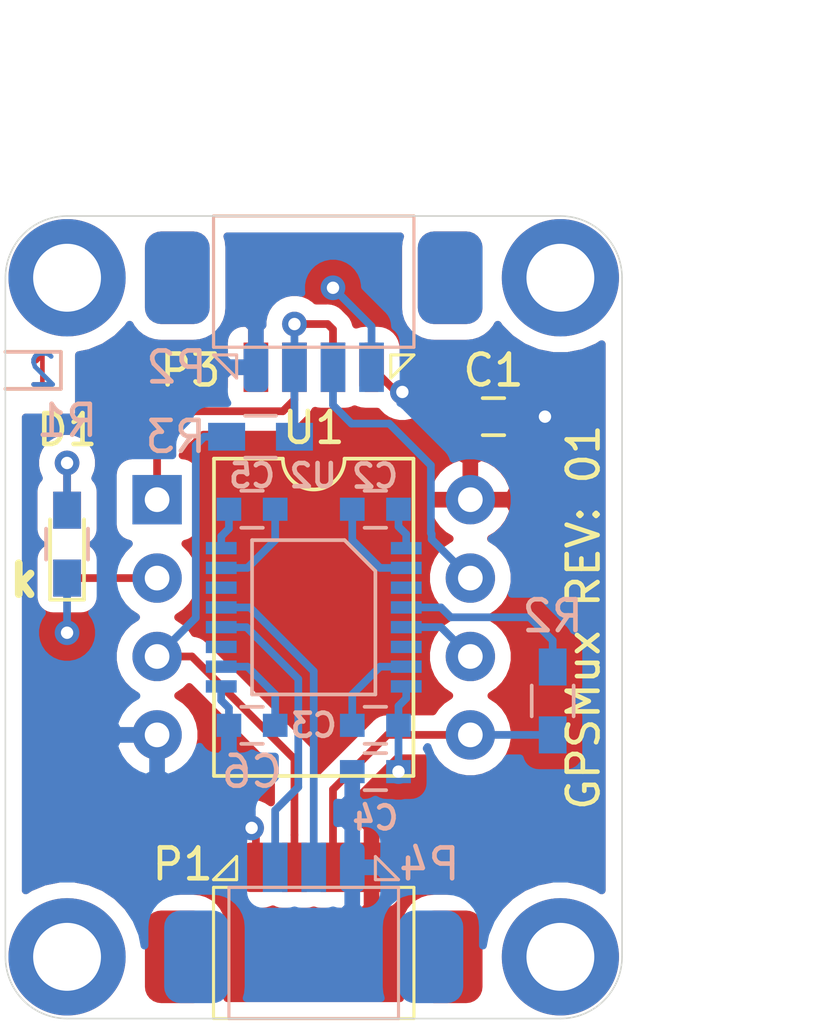
<source format=kicad_pcb>
(kicad_pcb (version 20171130) (host pcbnew "(5.1.9)-1")

  (general
    (thickness 1.6)
    (drawings 20)
    (tracks 95)
    (zones 0)
    (modules 20)
    (nets 20)
  )

  (page A4)
  (title_block
    (title GPSMux)
    (date 2021-05-12)
    (rev 01)
    (company "TuX's Design")
  )

  (layers
    (0 F.Cu signal)
    (31 B.Cu signal)
    (34 B.Paste user)
    (35 F.Paste user)
    (36 B.SilkS user)
    (37 F.SilkS user)
    (38 B.Mask user)
    (39 F.Mask user)
    (40 Dwgs.User user)
    (41 Cmts.User user)
    (44 Edge.Cuts user)
    (45 Margin user)
    (46 B.CrtYd user)
    (47 F.CrtYd user)
    (48 B.Fab user)
    (49 F.Fab user)
  )

  (setup
    (last_trace_width 0.25)
    (trace_clearance 0.2)
    (zone_clearance 0.508)
    (zone_45_only no)
    (trace_min 0.2)
    (via_size 0.8)
    (via_drill 0.4)
    (via_min_size 0.4)
    (via_min_drill 0.3)
    (uvia_size 0.3)
    (uvia_drill 0.1)
    (uvias_allowed no)
    (uvia_min_size 0.2)
    (uvia_min_drill 0.1)
    (edge_width 0.05)
    (segment_width 0.2)
    (pcb_text_width 0.3)
    (pcb_text_size 1.5 1.5)
    (mod_edge_width 0.12)
    (mod_text_size 1 1)
    (mod_text_width 0.15)
    (pad_size 1.2 0.9)
    (pad_drill 0)
    (pad_to_mask_clearance 0.051)
    (solder_mask_min_width 0.25)
    (aux_axis_origin 0 0)
    (visible_elements 7FFFFF7F)
    (pcbplotparams
      (layerselection 0x010fc_ffffffff)
      (usegerberextensions false)
      (usegerberattributes false)
      (usegerberadvancedattributes false)
      (creategerberjobfile false)
      (excludeedgelayer true)
      (linewidth 0.100000)
      (plotframeref false)
      (viasonmask false)
      (mode 1)
      (useauxorigin false)
      (hpglpennumber 1)
      (hpglpenspeed 20)
      (hpglpendiameter 15.000000)
      (psnegative false)
      (psa4output false)
      (plotreference true)
      (plotvalue true)
      (plotinvisibletext false)
      (padsonsilk false)
      (subtractmaskfromsilk false)
      (outputformat 1)
      (mirror false)
      (drillshape 0)
      (scaleselection 1)
      (outputdirectory "Production/"))
  )

  (net 0 "")
  (net 1 GND)
  (net 2 +3.3V)
  (net 3 "Net-(C2-Pad2)")
  (net 4 "Net-(C2-Pad1)")
  (net 5 "Net-(C3-Pad1)")
  (net 6 "Net-(C5-Pad1)")
  (net 7 "Net-(C5-Pad2)")
  (net 8 "Net-(C6-Pad2)")
  (net 9 "Net-(D1-Pad2)")
  (net 10 "Net-(D1-Pad1)")
  (net 11 I2C_SCL)
  (net 12 I2C_SDA)
  (net 13 RX1)
  (net 14 RX2)
  (net 15 TX)
  (net 16 TX_232)
  (net 17 RX_232)
  (net 18 RX)
  (net 19 TX_GPS)

  (net_class Default "This is the default net class."
    (clearance 0.2)
    (trace_width 0.25)
    (via_dia 0.8)
    (via_drill 0.4)
    (uvia_dia 0.3)
    (uvia_drill 0.1)
    (add_net +3.3V)
    (add_net GND)
    (add_net I2C_SCL)
    (add_net I2C_SDA)
    (add_net "Net-(C2-Pad1)")
    (add_net "Net-(C2-Pad2)")
    (add_net "Net-(C3-Pad1)")
    (add_net "Net-(C5-Pad1)")
    (add_net "Net-(C5-Pad2)")
    (add_net "Net-(C6-Pad2)")
    (add_net "Net-(D1-Pad1)")
    (add_net "Net-(D1-Pad2)")
    (add_net RX)
    (add_net RX1)
    (add_net RX2)
    (add_net RX_232)
    (add_net TX)
    (add_net TX_232)
    (add_net TX_GPS)
  )

  (module Resistors_SMD:R_0603_HandSoldering (layer B.Cu) (tedit 5F58AC5D) (tstamp 5F58B72F)
    (at 131.275 47.15 180)
    (descr "Resistor SMD 0603, hand soldering")
    (tags "resistor 0603")
    (path /5D4CF8E9)
    (attr smd)
    (fp_text reference R3 (at 2.75 0) (layer B.SilkS)
      (effects (font (size 1 1) (thickness 0.15)) (justify mirror))
    )
    (fp_text value 0R (at 0 -1.55) (layer B.Fab) hide
      (effects (font (size 1 1) (thickness 0.15)) (justify mirror))
    )
    (fp_line (start -0.8 -0.4) (end -0.8 0.4) (layer B.Fab) (width 0.1))
    (fp_line (start 0.8 -0.4) (end -0.8 -0.4) (layer B.Fab) (width 0.1))
    (fp_line (start 0.8 0.4) (end 0.8 -0.4) (layer B.Fab) (width 0.1))
    (fp_line (start -0.8 0.4) (end 0.8 0.4) (layer B.Fab) (width 0.1))
    (fp_line (start 0.5 -0.68) (end -0.5 -0.68) (layer B.SilkS) (width 0.12))
    (fp_line (start -0.5 0.68) (end 0.5 0.68) (layer B.SilkS) (width 0.12))
    (fp_line (start -1.96 0.7) (end 1.95 0.7) (layer B.CrtYd) (width 0.05))
    (fp_line (start -1.96 0.7) (end -1.96 -0.7) (layer B.CrtYd) (width 0.05))
    (fp_line (start 1.95 -0.7) (end 1.95 0.7) (layer B.CrtYd) (width 0.05))
    (fp_line (start 1.95 -0.7) (end -1.96 -0.7) (layer B.CrtYd) (width 0.05))
    (fp_text user %R (at 0 0) (layer B.Fab)
      (effects (font (size 0.4 0.4) (thickness 0.075)) (justify mirror))
    )
    (pad 1 smd rect (at -1.1 0 180) (size 1.2 0.9) (layers B.Cu B.Paste B.Mask)
      (net 19 TX_GPS))
    (pad 2 smd rect (at 1.1 0 180) (size 1.2 0.9) (layers B.Cu B.Paste B.Mask)
      (net 11 I2C_SCL))
    (model ${KISYS3DMOD}/Resistor_SMD.3dshapes/R_0603_1608Metric.step
      (at (xyz 0 0 0))
      (scale (xyz 1 1 1))
      (rotate (xyz 0 0 0))
    )
  )

  (module analog:QSOP16 (layer B.Cu) (tedit 5D4C2E08) (tstamp 5D3FFE54)
    (at 133 53 270)
    (path /5D3F12DF)
    (clearance 0.125)
    (attr smd)
    (fp_text reference U2 (at -4.5876 0.0183 180) (layer B.SilkS)
      (effects (font (size 0.75 0.75) (thickness 0.15)) (justify mirror))
    )
    (fp_text value "ADM3101EARQZ " (at 0 0 270) (layer B.Fab) hide
      (effects (font (size 1 1) (thickness 0.15)) (justify mirror))
    )
    (fp_line (start -1.5 -2) (end -2.5 -1) (layer B.SilkS) (width 0.12))
    (fp_line (start -2.5 -1) (end -2.5 2) (layer B.SilkS) (width 0.12))
    (fp_line (start -2.5 2) (end 2.5 2) (layer B.SilkS) (width 0.12))
    (fp_line (start 2.5 2) (end 2.5 -2) (layer B.SilkS) (width 0.12))
    (fp_line (start 2.5 -2) (end -1.5 -2) (layer B.SilkS) (width 0.12))
    (fp_line (start -2.62 3.25) (end 2.62 3.25) (layer B.CrtYd) (width 0.05))
    (fp_line (start 2.62 3.25) (end 2.62 -3.25) (layer B.CrtYd) (width 0.05))
    (fp_line (start 2.62 -3.25) (end -2.62 -3.25) (layer B.CrtYd) (width 0.05))
    (fp_line (start -2.62 -3.25) (end -2.62 3.25) (layer B.CrtYd) (width 0.05))
    (pad 16 smd rect (at -2.24 3 270) (size 0.4 1) (layers B.Cu B.Paste B.Mask)
      (net 6 "Net-(C5-Pad1)"))
    (pad 1 smd rect (at -2.24 -3 270) (size 0.4 1) (layers B.Cu B.Paste B.Mask)
      (net 4 "Net-(C2-Pad1)"))
    (pad 15 smd rect (at -1.6 3 270) (size 0.4 1) (layers B.Cu B.Paste B.Mask)
      (net 7 "Net-(C5-Pad2)"))
    (pad 2 smd rect (at -1.6 -3 270) (size 0.4 1) (layers B.Cu B.Paste B.Mask)
      (net 3 "Net-(C2-Pad2)"))
    (pad 14 smd rect (at -0.96 3 270) (size 0.4 1) (layers B.Cu B.Paste B.Mask))
    (pad 3 smd rect (at -0.96 -3 270) (size 0.4 1) (layers B.Cu B.Paste B.Mask))
    (pad 13 smd rect (at -0.32 3 270) (size 0.4 1) (layers B.Cu B.Paste B.Mask)
      (net 17 RX_232))
    (pad 4 smd rect (at -0.32 -3 270) (size 0.4 1) (layers B.Cu B.Paste B.Mask)
      (net 18 RX))
    (pad 12 smd rect (at 0.32 3 270) (size 0.4 1) (layers B.Cu B.Paste B.Mask)
      (net 16 TX_232))
    (pad 5 smd rect (at 0.32 -3 270) (size 0.4 1) (layers B.Cu B.Paste B.Mask)
      (net 15 TX))
    (pad 11 smd rect (at 0.96 3 270) (size 0.4 1) (layers B.Cu B.Paste B.Mask))
    (pad 6 smd rect (at 0.96 -3 270) (size 0.4 1) (layers B.Cu B.Paste B.Mask))
    (pad 10 smd rect (at 1.6 3 270) (size 0.4 1) (layers B.Cu B.Paste B.Mask)
      (net 8 "Net-(C6-Pad2)"))
    (pad 7 smd rect (at 1.6 -3 270) (size 0.4 1) (layers B.Cu B.Paste B.Mask)
      (net 5 "Net-(C3-Pad1)"))
    (pad 9 smd rect (at 2.24 3 270) (size 0.4 1) (layers B.Cu B.Paste B.Mask)
      (net 1 GND))
    (pad 8 smd rect (at 2.24 -3 270) (size 0.4 1) (layers B.Cu B.Paste B.Mask)
      (net 2 +3.3V))
    (model C:/Users/Public/Documents/Kicad/modules.pretty/analog.pretty/3D/RQ_16.step
      (at (xyz 0 0 0))
      (scale (xyz 1 1 1))
      (rotate (xyz 0 0 -90))
    )
  )

  (module Mounting_Holes:MountingHole_2.2mm_M2_DIN965_Pad (layer F.Cu) (tedit 56D1B4CB) (tstamp 5D401424)
    (at 125 42)
    (descr "Mounting Hole 2.2mm, M2, DIN965")
    (tags "mounting hole 2.2mm m2 din965")
    (attr virtual)
    (fp_text reference REF** (at 0 -2.9) (layer F.SilkS) hide
      (effects (font (size 1 1) (thickness 0.15)))
    )
    (fp_text value MountingHole_2.2mm_M2_DIN965_Pad (at 0 2.9) (layer F.Fab) hide
      (effects (font (size 1 1) (thickness 0.15)))
    )
    (fp_circle (center 0 0) (end 2.15 0) (layer F.CrtYd) (width 0.05))
    (fp_circle (center 0 0) (end 1.9 0) (layer Cmts.User) (width 0.15))
    (fp_text user %R (at 0.3 0) (layer F.Fab) hide
      (effects (font (size 1 1) (thickness 0.15)))
    )
    (pad 1 thru_hole circle (at 0 0) (size 3.8 3.8) (drill 2.2) (layers *.Cu *.Mask))
  )

  (module Mounting_Holes:MountingHole_2.2mm_M2_DIN965_Pad (layer F.Cu) (tedit 56D1B4CB) (tstamp 5D401416)
    (at 141 42)
    (descr "Mounting Hole 2.2mm, M2, DIN965")
    (tags "mounting hole 2.2mm m2 din965")
    (attr virtual)
    (fp_text reference REF** (at 0 -2.9) (layer F.SilkS) hide
      (effects (font (size 1 1) (thickness 0.15)))
    )
    (fp_text value MountingHole_2.2mm_M2_DIN965_Pad (at 0 2.9) (layer F.Fab) hide
      (effects (font (size 1 1) (thickness 0.15)))
    )
    (fp_circle (center 0 0) (end 1.9 0) (layer Cmts.User) (width 0.15))
    (fp_circle (center 0 0) (end 2.15 0) (layer F.CrtYd) (width 0.05))
    (fp_text user %R (at 0.3 0) (layer F.Fab) hide
      (effects (font (size 1 1) (thickness 0.15)))
    )
    (pad 1 thru_hole circle (at 0 0) (size 3.8 3.8) (drill 2.2) (layers *.Cu *.Mask))
  )

  (module Mounting_Holes:MountingHole_2.2mm_M2_DIN965_Pad (layer F.Cu) (tedit 56D1B4CB) (tstamp 5D401408)
    (at 141 64)
    (descr "Mounting Hole 2.2mm, M2, DIN965")
    (tags "mounting hole 2.2mm m2 din965")
    (attr virtual)
    (fp_text reference REF** (at 0 -2.9) (layer F.SilkS) hide
      (effects (font (size 1 1) (thickness 0.15)))
    )
    (fp_text value MountingHole_2.2mm_M2_DIN965_Pad (at 0 2.9) (layer F.Fab) hide
      (effects (font (size 1 1) (thickness 0.15)))
    )
    (fp_circle (center 0 0) (end 2.15 0) (layer F.CrtYd) (width 0.05))
    (fp_circle (center 0 0) (end 1.9 0) (layer Cmts.User) (width 0.15))
    (fp_text user %R (at 0.3 0) (layer F.Fab) hide
      (effects (font (size 1 1) (thickness 0.15)))
    )
    (pad 1 thru_hole circle (at 0 0) (size 3.8 3.8) (drill 2.2) (layers *.Cu *.Mask))
  )

  (module Mounting_Holes:MountingHole_2.2mm_M2_DIN965_Pad (layer F.Cu) (tedit 56D1B4CB) (tstamp 5D4013FE)
    (at 125 64)
    (descr "Mounting Hole 2.2mm, M2, DIN965")
    (tags "mounting hole 2.2mm m2 din965")
    (attr virtual)
    (fp_text reference REF** (at 0 -2.9) (layer F.SilkS) hide
      (effects (font (size 1 1) (thickness 0.15)))
    )
    (fp_text value MountingHole_2.2mm_M2_DIN965_Pad (at 0 2.9) (layer F.Fab) hide
      (effects (font (size 1 1) (thickness 0.15)))
    )
    (fp_circle (center 0 0) (end 1.9 0) (layer Cmts.User) (width 0.15))
    (fp_circle (center 0 0) (end 2.15 0) (layer F.CrtYd) (width 0.05))
    (fp_text user %R (at 0.3 0) (layer F.Fab) hide
      (effects (font (size 1 1) (thickness 0.15)))
    )
    (pad 1 thru_hole circle (at 0 0) (size 3.8 3.8) (drill 2.2) (layers *.Cu *.Mask))
  )

  (module Capacitors_SMD:C_0603 (layer F.Cu) (tedit 59958EE7) (tstamp 5D4028B6)
    (at 138.83 46.5)
    (descr "Capacitor SMD 0603, reflow soldering, AVX (see smccp.pdf)")
    (tags "capacitor 0603")
    (path /5D3F94B1)
    (attr smd)
    (fp_text reference C1 (at 0 -1.5) (layer F.SilkS)
      (effects (font (size 1 1) (thickness 0.15)))
    )
    (fp_text value 100nF (at 0 1.5) (layer F.Fab) hide
      (effects (font (size 1 1) (thickness 0.15)))
    )
    (fp_line (start 1.4 0.65) (end -1.4 0.65) (layer F.CrtYd) (width 0.05))
    (fp_line (start 1.4 0.65) (end 1.4 -0.65) (layer F.CrtYd) (width 0.05))
    (fp_line (start -1.4 -0.65) (end -1.4 0.65) (layer F.CrtYd) (width 0.05))
    (fp_line (start -1.4 -0.65) (end 1.4 -0.65) (layer F.CrtYd) (width 0.05))
    (fp_line (start 0.35 0.6) (end -0.35 0.6) (layer F.SilkS) (width 0.12))
    (fp_line (start -0.35 -0.6) (end 0.35 -0.6) (layer F.SilkS) (width 0.12))
    (fp_line (start -0.8 -0.4) (end 0.8 -0.4) (layer F.Fab) (width 0.1))
    (fp_line (start 0.8 -0.4) (end 0.8 0.4) (layer F.Fab) (width 0.1))
    (fp_line (start 0.8 0.4) (end -0.8 0.4) (layer F.Fab) (width 0.1))
    (fp_line (start -0.8 0.4) (end -0.8 -0.4) (layer F.Fab) (width 0.1))
    (fp_text user %R (at 0 0) (layer F.Fab)
      (effects (font (size 0.5 0.5) (thickness 0.125)))
    )
    (pad 2 smd rect (at 0.75 0) (size 0.8 0.75) (layers F.Cu F.Paste F.Mask)
      (net 1 GND))
    (pad 1 smd rect (at -0.75 0) (size 0.8 0.75) (layers F.Cu F.Paste F.Mask)
      (net 2 +3.3V))
    (model ${KISYS3DMOD}/Capacitor_SMD.3dshapes/C_0603_1608Metric.step
      (at (xyz 0 0 0))
      (scale (xyz 1 1 1))
      (rotate (xyz 0 0 0))
    )
  )

  (module Capacitors_SMD:C_0603 (layer B.Cu) (tedit 59958EE7) (tstamp 5D3FFECC)
    (at 135 49.5 180)
    (descr "Capacitor SMD 0603, reflow soldering, AVX (see smccp.pdf)")
    (tags "capacitor 0603")
    (path /5D406B66)
    (attr smd)
    (fp_text reference C2 (at 0.0117 1.0749) (layer B.SilkS)
      (effects (font (size 0.75 0.75) (thickness 0.15)) (justify mirror))
    )
    (fp_text value 100nF (at 0 -1.5 180) (layer B.Fab) hide
      (effects (font (size 1 1) (thickness 0.15)) (justify mirror))
    )
    (fp_line (start 1.4 -0.65) (end -1.4 -0.65) (layer B.CrtYd) (width 0.05))
    (fp_line (start 1.4 -0.65) (end 1.4 0.65) (layer B.CrtYd) (width 0.05))
    (fp_line (start -1.4 0.65) (end -1.4 -0.65) (layer B.CrtYd) (width 0.05))
    (fp_line (start -1.4 0.65) (end 1.4 0.65) (layer B.CrtYd) (width 0.05))
    (fp_line (start 0.35 -0.6) (end -0.35 -0.6) (layer B.SilkS) (width 0.12))
    (fp_line (start -0.35 0.6) (end 0.35 0.6) (layer B.SilkS) (width 0.12))
    (fp_line (start -0.8 0.4) (end 0.8 0.4) (layer B.Fab) (width 0.1))
    (fp_line (start 0.8 0.4) (end 0.8 -0.4) (layer B.Fab) (width 0.1))
    (fp_line (start 0.8 -0.4) (end -0.8 -0.4) (layer B.Fab) (width 0.1))
    (fp_line (start -0.8 -0.4) (end -0.8 0.4) (layer B.Fab) (width 0.1))
    (fp_text user %R (at 0 0 180) (layer B.Fab)
      (effects (font (size 0.5 0.5) (thickness 0.125)) (justify mirror))
    )
    (pad 2 smd rect (at 0.75 0 180) (size 0.8 0.75) (layers B.Cu B.Paste B.Mask)
      (net 3 "Net-(C2-Pad2)"))
    (pad 1 smd rect (at -0.75 0 180) (size 0.8 0.75) (layers B.Cu B.Paste B.Mask)
      (net 4 "Net-(C2-Pad1)"))
    (model ${KISYS3DMOD}/Capacitor_SMD.3dshapes/C_0603_1608Metric.step
      (at (xyz 0 0 0))
      (scale (xyz 1 1 1))
      (rotate (xyz 0 0 0))
    )
  )

  (module Capacitors_SMD:C_0603 (layer B.Cu) (tedit 59958EE7) (tstamp 5D3FFFF8)
    (at 135 56.5)
    (descr "Capacitor SMD 0603, reflow soldering, AVX (see smccp.pdf)")
    (tags "capacitor 0603")
    (path /5D40BC3D)
    (attr smd)
    (fp_text reference C3 (at -2 0) (layer B.SilkS)
      (effects (font (size 0.75 0.75) (thickness 0.15)) (justify mirror))
    )
    (fp_text value 100nF (at 0 -1.5) (layer B.Fab) hide
      (effects (font (size 1 1) (thickness 0.15)) (justify mirror))
    )
    (fp_line (start 1.4 -0.65) (end -1.4 -0.65) (layer B.CrtYd) (width 0.05))
    (fp_line (start 1.4 -0.65) (end 1.4 0.65) (layer B.CrtYd) (width 0.05))
    (fp_line (start -1.4 0.65) (end -1.4 -0.65) (layer B.CrtYd) (width 0.05))
    (fp_line (start -1.4 0.65) (end 1.4 0.65) (layer B.CrtYd) (width 0.05))
    (fp_line (start 0.35 -0.6) (end -0.35 -0.6) (layer B.SilkS) (width 0.12))
    (fp_line (start -0.35 0.6) (end 0.35 0.6) (layer B.SilkS) (width 0.12))
    (fp_line (start -0.8 0.4) (end 0.8 0.4) (layer B.Fab) (width 0.1))
    (fp_line (start 0.8 0.4) (end 0.8 -0.4) (layer B.Fab) (width 0.1))
    (fp_line (start 0.8 -0.4) (end -0.8 -0.4) (layer B.Fab) (width 0.1))
    (fp_line (start -0.8 -0.4) (end -0.8 0.4) (layer B.Fab) (width 0.1))
    (fp_text user %R (at 0 0) (layer B.Fab)
      (effects (font (size 0.5 0.5) (thickness 0.125)) (justify mirror))
    )
    (pad 2 smd rect (at 0.75 0) (size 0.8 0.75) (layers B.Cu B.Paste B.Mask)
      (net 2 +3.3V))
    (pad 1 smd rect (at -0.75 0) (size 0.8 0.75) (layers B.Cu B.Paste B.Mask)
      (net 5 "Net-(C3-Pad1)"))
    (model ${KISYS3DMOD}/Capacitor_SMD.3dshapes/C_0603_1608Metric.step
      (at (xyz 0 0 0))
      (scale (xyz 1 1 1))
      (rotate (xyz 0 0 0))
    )
  )

  (module Capacitors_SMD:C_0603 (layer B.Cu) (tedit 59958EE7) (tstamp 5D4005BE)
    (at 135 58 180)
    (descr "Capacitor SMD 0603, reflow soldering, AVX (see smccp.pdf)")
    (tags "capacitor 0603")
    (path /5D405A05)
    (attr smd)
    (fp_text reference C4 (at 0 -1.5 180) (layer B.SilkS)
      (effects (font (size 0.75 0.75) (thickness 0.15)) (justify mirror))
    )
    (fp_text value 100nF (at 0 -1.5 180) (layer B.Fab) hide
      (effects (font (size 1 1) (thickness 0.15)) (justify mirror))
    )
    (fp_line (start 1.4 -0.65) (end -1.4 -0.65) (layer B.CrtYd) (width 0.05))
    (fp_line (start 1.4 -0.65) (end 1.4 0.65) (layer B.CrtYd) (width 0.05))
    (fp_line (start -1.4 0.65) (end -1.4 -0.65) (layer B.CrtYd) (width 0.05))
    (fp_line (start -1.4 0.65) (end 1.4 0.65) (layer B.CrtYd) (width 0.05))
    (fp_line (start 0.35 -0.6) (end -0.35 -0.6) (layer B.SilkS) (width 0.12))
    (fp_line (start -0.35 0.6) (end 0.35 0.6) (layer B.SilkS) (width 0.12))
    (fp_line (start -0.8 0.4) (end 0.8 0.4) (layer B.Fab) (width 0.1))
    (fp_line (start 0.8 0.4) (end 0.8 -0.4) (layer B.Fab) (width 0.1))
    (fp_line (start 0.8 -0.4) (end -0.8 -0.4) (layer B.Fab) (width 0.1))
    (fp_line (start -0.8 -0.4) (end -0.8 0.4) (layer B.Fab) (width 0.1))
    (fp_text user %R (at 0 0 180) (layer B.Fab)
      (effects (font (size 0.5 0.5) (thickness 0.125)) (justify mirror))
    )
    (pad 2 smd rect (at 0.75 0 180) (size 0.8 0.75) (layers B.Cu B.Paste B.Mask)
      (net 1 GND))
    (pad 1 smd rect (at -0.75 0 180) (size 0.8 0.75) (layers B.Cu B.Paste B.Mask)
      (net 2 +3.3V))
    (model ${KISYS3DMOD}/Capacitor_SMD.3dshapes/C_0603_1608Metric.step
      (at (xyz 0 0 0))
      (scale (xyz 1 1 1))
      (rotate (xyz 0 0 0))
    )
  )

  (module Capacitors_SMD:C_0603 (layer B.Cu) (tedit 59958EE7) (tstamp 5D3FFF2C)
    (at 131 49.5)
    (descr "Capacitor SMD 0603, reflow soldering, AVX (see smccp.pdf)")
    (tags "capacitor 0603")
    (path /5D4089D9)
    (attr smd)
    (fp_text reference C5 (at 0 -1.0876) (layer B.SilkS)
      (effects (font (size 0.75 0.75) (thickness 0.15)) (justify mirror))
    )
    (fp_text value 100nF (at 0 0) (layer B.Fab) hide
      (effects (font (size 1 1) (thickness 0.15)) (justify mirror))
    )
    (fp_line (start 1.4 -0.65) (end -1.4 -0.65) (layer B.CrtYd) (width 0.05))
    (fp_line (start 1.4 -0.65) (end 1.4 0.65) (layer B.CrtYd) (width 0.05))
    (fp_line (start -1.4 0.65) (end -1.4 -0.65) (layer B.CrtYd) (width 0.05))
    (fp_line (start -1.4 0.65) (end 1.4 0.65) (layer B.CrtYd) (width 0.05))
    (fp_line (start 0.35 -0.6) (end -0.35 -0.6) (layer B.SilkS) (width 0.12))
    (fp_line (start -0.35 0.6) (end 0.35 0.6) (layer B.SilkS) (width 0.12))
    (fp_line (start -0.8 0.4) (end 0.8 0.4) (layer B.Fab) (width 0.1))
    (fp_line (start 0.8 0.4) (end 0.8 -0.4) (layer B.Fab) (width 0.1))
    (fp_line (start 0.8 -0.4) (end -0.8 -0.4) (layer B.Fab) (width 0.1))
    (fp_line (start -0.8 -0.4) (end -0.8 0.4) (layer B.Fab) (width 0.1))
    (fp_text user %R (at 0 0) (layer B.Fab)
      (effects (font (size 0.5 0.5) (thickness 0.125)) (justify mirror))
    )
    (pad 2 smd rect (at 0.75 0) (size 0.8 0.75) (layers B.Cu B.Paste B.Mask)
      (net 7 "Net-(C5-Pad2)"))
    (pad 1 smd rect (at -0.75 0) (size 0.8 0.75) (layers B.Cu B.Paste B.Mask)
      (net 6 "Net-(C5-Pad1)"))
    (model ${KISYS3DMOD}/Capacitor_SMD.3dshapes/C_0603_1608Metric.step
      (at (xyz 0 0 0))
      (scale (xyz 1 1 1))
      (rotate (xyz 0 0 0))
    )
  )

  (module Capacitors_SMD:C_0603 (layer B.Cu) (tedit 59958EE7) (tstamp 5D3FFF5C)
    (at 131 56.5)
    (descr "Capacitor SMD 0603, reflow soldering, AVX (see smccp.pdf)")
    (tags "capacitor 0603")
    (path /5D40D7DE)
    (attr smd)
    (fp_text reference C6 (at 0 1.5) (layer B.SilkS)
      (effects (font (size 1 1) (thickness 0.15)) (justify mirror))
    )
    (fp_text value 100nF (at 0 -1.5) (layer B.Fab) hide
      (effects (font (size 1 1) (thickness 0.15)) (justify mirror))
    )
    (fp_line (start 1.4 -0.65) (end -1.4 -0.65) (layer B.CrtYd) (width 0.05))
    (fp_line (start 1.4 -0.65) (end 1.4 0.65) (layer B.CrtYd) (width 0.05))
    (fp_line (start -1.4 0.65) (end -1.4 -0.65) (layer B.CrtYd) (width 0.05))
    (fp_line (start -1.4 0.65) (end 1.4 0.65) (layer B.CrtYd) (width 0.05))
    (fp_line (start 0.35 -0.6) (end -0.35 -0.6) (layer B.SilkS) (width 0.12))
    (fp_line (start -0.35 0.6) (end 0.35 0.6) (layer B.SilkS) (width 0.12))
    (fp_line (start -0.8 0.4) (end 0.8 0.4) (layer B.Fab) (width 0.1))
    (fp_line (start 0.8 0.4) (end 0.8 -0.4) (layer B.Fab) (width 0.1))
    (fp_line (start 0.8 -0.4) (end -0.8 -0.4) (layer B.Fab) (width 0.1))
    (fp_line (start -0.8 -0.4) (end -0.8 0.4) (layer B.Fab) (width 0.1))
    (fp_text user %R (at 0 0) (layer B.Fab)
      (effects (font (size 0.5 0.5) (thickness 0.125)) (justify mirror))
    )
    (pad 2 smd rect (at 0.75 0) (size 0.8 0.75) (layers B.Cu B.Paste B.Mask)
      (net 8 "Net-(C6-Pad2)"))
    (pad 1 smd rect (at -0.75 0) (size 0.8 0.75) (layers B.Cu B.Paste B.Mask)
      (net 1 GND))
    (model ${KISYS3DMOD}/Capacitor_SMD.3dshapes/C_0603_1608Metric.step
      (at (xyz 0 0 0))
      (scale (xyz 1 1 1))
      (rotate (xyz 0 0 0))
    )
  )

  (module Housings_DIP:DIP-8_W10.16mm (layer F.Cu) (tedit 5D4002EB) (tstamp 5D4002FA)
    (at 133 53)
    (descr "8-lead though-hole mounted DIP package, row spacing 10.16 mm (400 mils)")
    (tags "THT DIP DIL PDIP 2.54mm 10.16mm 400mil")
    (path /5D3F0CFD)
    (fp_text reference U1 (at 0 -6.14) (layer F.SilkS)
      (effects (font (size 1 1) (thickness 0.15)))
    )
    (fp_text value CY8C27143-24PXI (at 0 0 90) (layer F.Fab) hide
      (effects (font (size 1 1) (thickness 0.15)))
    )
    (fp_line (start 6.17 -5.36) (end -6.13 -5.36) (layer F.CrtYd) (width 0.05))
    (fp_line (start 6.17 5.34) (end 6.17 -5.36) (layer F.CrtYd) (width 0.05))
    (fp_line (start -6.13 5.34) (end 6.17 5.34) (layer F.CrtYd) (width 0.05))
    (fp_line (start -6.13 -5.36) (end -6.13 5.34) (layer F.CrtYd) (width 0.05))
    (fp_line (start 3.235 -5.14) (end 1 -5.14) (layer F.SilkS) (width 0.12))
    (fp_line (start 3.235 5.14) (end 3.235 -5.14) (layer F.SilkS) (width 0.12))
    (fp_line (start -3.235 5.14) (end 3.235 5.14) (layer F.SilkS) (width 0.12))
    (fp_line (start -3.235 -5.14) (end -3.235 5.14) (layer F.SilkS) (width 0.12))
    (fp_line (start -1 -5.14) (end -3.235 -5.14) (layer F.SilkS) (width 0.12))
    (fp_line (start -3.175 -4.08) (end -2.175 -5.08) (layer F.Fab) (width 0.1))
    (fp_line (start -3.175 5.08) (end -3.175 -4.08) (layer F.Fab) (width 0.1))
    (fp_line (start 3.175 5.08) (end -3.175 5.08) (layer F.Fab) (width 0.1))
    (fp_line (start 3.175 -5.08) (end 3.175 5.08) (layer F.Fab) (width 0.1))
    (fp_line (start -2.175 -5.08) (end 3.175 -5.08) (layer F.Fab) (width 0.1))
    (fp_text user %R (at 0 0) (layer F.Fab)
      (effects (font (size 1 1) (thickness 0.15)))
    )
    (fp_arc (start 0 -5.14) (end -1 -5.14) (angle -180) (layer F.SilkS) (width 0.12))
    (pad 8 thru_hole oval (at 5.08 -3.81) (size 1.6 1.6) (drill 0.8) (layers *.Cu *.Mask)
      (net 2 +3.3V))
    (pad 4 thru_hole oval (at -5.08 3.81) (size 1.6 1.6) (drill 0.8) (layers *.Cu *.Mask)
      (net 1 GND))
    (pad 7 thru_hole oval (at 5.08 -1.27) (size 1.6 1.6) (drill 0.8) (layers *.Cu *.Mask)
      (net 13 RX1))
    (pad 3 thru_hole oval (at -5.08 1.27) (size 1.6 1.6) (drill 0.8) (layers *.Cu *.Mask)
      (net 11 I2C_SCL))
    (pad 6 thru_hole oval (at 5.08 1.27) (size 1.6 1.6) (drill 0.8) (layers *.Cu *.Mask)
      (net 15 TX))
    (pad 2 thru_hole oval (at -5.08 -1.27) (size 1.6 1.6) (drill 0.8) (layers *.Cu *.Mask)
      (net 10 "Net-(D1-Pad1)"))
    (pad 5 thru_hole oval (at 5.08 3.81) (size 1.6 1.6) (drill 0.8) (layers *.Cu *.Mask)
      (net 12 I2C_SDA))
    (pad 1 thru_hole rect (at -5.08 -3.81) (size 1.6 1.6) (drill 0.8) (layers *.Cu *.Mask)
      (net 14 RX2))
    (model ${KISYS3DMOD}/Package_DIP.3dshapes/DIP-8_W10.16mm.step
      (offset (xyz -5.08 3.762 0))
      (scale (xyz 1 1 1))
      (rotate (xyz 0 0 0))
    )
  )

  (module LEDs:LED_0603_HandSoldering (layer F.Cu) (tedit 5D8E266D) (tstamp 5D3FFF90)
    (at 125 50.63 90)
    (descr "LED SMD 0603, hand soldering")
    (tags "LED 0603")
    (path /5D3FCC49)
    (attr smd)
    (fp_text reference D1 (at 3.7 0) (layer F.SilkS)
      (effects (font (size 1 1) (thickness 0.15)))
    )
    (fp_text value " LY Q396 " (at 0 1.55 270) (layer F.Fab) hide
      (effects (font (size 1 1) (thickness 0.15)))
    )
    (fp_line (start -0.8 -0.4) (end -0.8 0.4) (layer F.Fab) (width 0.1))
    (fp_line (start 1.95 0.7) (end -1.96 0.7) (layer F.CrtYd) (width 0.05))
    (fp_line (start 1.95 0.7) (end 1.95 -0.7) (layer F.CrtYd) (width 0.05))
    (fp_line (start -1.96 -0.7) (end -1.96 0.7) (layer F.CrtYd) (width 0.05))
    (fp_line (start -1.96 -0.7) (end 1.95 -0.7) (layer F.CrtYd) (width 0.05))
    (fp_line (start -1.8 -0.55) (end 0.8 -0.55) (layer F.SilkS) (width 0.12))
    (fp_line (start -1.8 0.55) (end 0.8 0.55) (layer F.SilkS) (width 0.12))
    (fp_line (start -0.8 -0.4) (end 0.8 -0.4) (layer F.Fab) (width 0.1))
    (fp_line (start 0.8 -0.4) (end 0.8 0.4) (layer F.Fab) (width 0.1))
    (fp_line (start 0.8 0.4) (end -0.8 0.4) (layer F.Fab) (width 0.1))
    (fp_line (start 0.15 -0.2) (end 0.15 0.2) (layer F.Fab) (width 0.1))
    (fp_line (start 0.15 0.2) (end -0.15 0) (layer F.Fab) (width 0.1))
    (fp_line (start -0.15 0) (end 0.15 -0.2) (layer F.Fab) (width 0.1))
    (fp_line (start -0.2 -0.2) (end -0.2 0.2) (layer F.Fab) (width 0.1))
    (fp_line (start -1.8 -0.55) (end -1.8 0.55) (layer F.SilkS) (width 0.12))
    (pad 2 smd rect (at 1.1 0 90) (size 1.2 0.9) (layers F.Cu F.Paste F.Mask)
      (net 9 "Net-(D1-Pad2)"))
    (pad 1 smd rect (at -1.1 0 90) (size 1.2 0.9) (layers F.Cu F.Paste F.Mask)
      (net 10 "Net-(D1-Pad1)"))
    (model ${KISYS3DMOD}/LED_SMD.3dshapes/LED_0603_1608Metric.step
      (at (xyz 0 0 0))
      (scale (xyz 1 1 1))
      (rotate (xyz 0 0 0))
    )
  )

  (module molex:53261-0471 (layer F.Cu) (tedit 5C82816F) (tstamp 5D3F248A)
    (at 133 64 180)
    (path /5D3F24B5)
    (clearance 0.2)
    (fp_text reference P1 (at 4.25 3 180) (layer F.SilkS)
      (effects (font (size 1 1) (thickness 0.15)))
    )
    (fp_text value ICSP (at -0.5 0 180) (layer F.Fab)
      (effects (font (size 1 1) (thickness 0.15)))
    )
    (fp_line (start 2.5 3.25) (end 3.25 2.5) (layer F.SilkS) (width 0.1))
    (fp_line (start 2.5 2.5) (end 3.25 2.5) (layer F.SilkS) (width 0.1))
    (fp_line (start 2.5 2.5) (end 2.5 3.25) (layer F.SilkS) (width 0.1))
    (fp_line (start 3.25 -2) (end 3.25 2.25) (layer F.SilkS) (width 0.1))
    (fp_line (start -3.25 -2) (end 3.25 -2) (layer F.SilkS) (width 0.1))
    (fp_line (start -3.25 2.25) (end -3.25 -2) (layer F.SilkS) (width 0.1))
    (fp_line (start 3.25 2.25) (end -3.25 2.25) (layer F.SilkS) (width 0.1))
    (pad 1 connect roundrect (at 1.875 2.9 180) (size 0.8 1.6) (layers F.Cu F.Mask) (roundrect_rratio 0.25)
      (net 1 GND))
    (pad 2 connect rect (at 0.625 2.9 180) (size 0.8 1.6) (layers F.Cu F.Mask)
      (net 11 I2C_SCL))
    (pad 4 connect rect (at -1.875 2.9 180) (size 0.8 1.6) (layers F.Cu F.Mask)
      (net 2 +3.3V))
    (pad 3 connect rect (at -0.625 2.9 180) (size 0.8 1.6) (layers F.Cu F.Mask)
      (net 12 I2C_SDA))
    (pad "" connect roundrect (at 4.425 0 180) (size 2.1 3) (layers F.Cu F.Mask) (roundrect_rratio 0.25))
    (pad "" connect roundrect (at -4.425 0 180) (size 2.1 3) (layers F.Cu F.Mask) (roundrect_rratio 0.25))
    (model ${KIPRJMOD}/GPSMux.pretty/3D/532610471.wrl
      (offset (xyz 0 1 2))
      (scale (xyz 1 1 1))
      (rotate (xyz 0 0 0))
    )
  )

  (module Resistors_SMD:R_0603_HandSoldering (layer B.Cu) (tedit 5D3FFF3B) (tstamp 5F58B51D)
    (at 125 50.63 270)
    (descr "Resistor SMD 0603, hand soldering")
    (tags "resistor 0603")
    (path /5D3FC5FC)
    (attr smd)
    (fp_text reference R1 (at -4 0) (layer B.SilkS)
      (effects (font (size 1 1) (thickness 0.15)) (justify mirror))
    )
    (fp_text value 120R (at 0 -1.55 270) (layer B.Fab) hide
      (effects (font (size 1 1) (thickness 0.15)) (justify mirror))
    )
    (fp_line (start 1.95 -0.7) (end -1.96 -0.7) (layer B.CrtYd) (width 0.05))
    (fp_line (start 1.95 -0.7) (end 1.95 0.7) (layer B.CrtYd) (width 0.05))
    (fp_line (start -1.96 0.7) (end -1.96 -0.7) (layer B.CrtYd) (width 0.05))
    (fp_line (start -1.96 0.7) (end 1.95 0.7) (layer B.CrtYd) (width 0.05))
    (fp_line (start -0.5 0.68) (end 0.5 0.68) (layer B.SilkS) (width 0.12))
    (fp_line (start 0.5 -0.68) (end -0.5 -0.68) (layer B.SilkS) (width 0.12))
    (fp_line (start -0.8 0.4) (end 0.8 0.4) (layer B.Fab) (width 0.1))
    (fp_line (start 0.8 0.4) (end 0.8 -0.4) (layer B.Fab) (width 0.1))
    (fp_line (start 0.8 -0.4) (end -0.8 -0.4) (layer B.Fab) (width 0.1))
    (fp_line (start -0.8 -0.4) (end -0.8 0.4) (layer B.Fab) (width 0.1))
    (fp_text user %R (at 0 0) (layer B.Fab)
      (effects (font (size 0.4 0.4) (thickness 0.075)) (justify mirror))
    )
    (pad 2 smd rect (at 1.1 0 270) (size 1.2 0.9) (layers B.Cu B.Paste B.Mask)
      (net 2 +3.3V))
    (pad 1 smd rect (at -1.1 0 270) (size 1.2 0.9) (layers B.Cu B.Paste B.Mask)
      (net 9 "Net-(D1-Pad2)"))
    (model ${KISYS3DMOD}/Resistor_SMD.3dshapes/R_0603_1608Metric.step
      (at (xyz 0 0 0))
      (scale (xyz 1 1 1))
      (rotate (xyz 0 0 0))
    )
  )

  (module molex:53261-0371 (layer B.Cu) (tedit 5C8155AE) (tstamp 5D4C2B12)
    (at 133 64)
    (path /5D4C8429)
    (clearance 0.2)
    (fp_text reference P4 (at 3.75 -3) (layer B.SilkS)
      (effects (font (size 1 1) (thickness 0.15)) (justify mirror))
    )
    (fp_text value LLU (at 0 0) (layer B.Fab)
      (effects (font (size 1 1) (thickness 0.15)) (justify mirror))
    )
    (fp_line (start 2.75 -2.5) (end 2 -2.5) (layer B.SilkS) (width 0.1))
    (fp_line (start 2 -3.25) (end 2.75 -2.5) (layer B.SilkS) (width 0.1))
    (fp_line (start 2 -2.5) (end 2 -3.25) (layer B.SilkS) (width 0.1))
    (fp_line (start 2.75 2) (end -2.75 2) (layer B.SilkS) (width 0.1))
    (fp_line (start 2.75 -2.25) (end 2.75 2) (layer B.SilkS) (width 0.1))
    (fp_line (start -2.75 -2.25) (end 2.75 -2.25) (layer B.SilkS) (width 0.1))
    (fp_line (start -2.75 2) (end -2.75 -2.25) (layer B.SilkS) (width 0.1))
    (pad "" connect roundrect (at -3.8 0) (size 2.1 3) (layers B.Cu B.Mask) (roundrect_rratio 0.25))
    (pad "" connect roundrect (at 3.8 0) (size 2.1 3) (layers B.Cu B.Mask) (roundrect_rratio 0.25))
    (pad 3 smd rect (at -1.25 -2.9) (size 0.8 1.6) (layers B.Cu B.Paste B.Mask)
      (net 16 TX_232))
    (pad 2 smd rect (at 0 -2.9) (size 0.8 1.6) (layers B.Cu B.Paste B.Mask)
      (net 17 RX_232))
    (pad 1 smd roundrect (at 1.25 -2.9) (size 0.8 1.6) (layers B.Cu B.Paste B.Mask) (roundrect_rratio 0.25)
      (net 1 GND))
    (model ${KIPRJMOD}/GPSMux.pretty/3D/532610371.wrl
      (offset (xyz 0 1 2))
      (scale (xyz 1 1 1))
      (rotate (xyz 0 0 0))
    )
  )

  (module Resistors_SMD:R_0603_HandSoldering (layer B.Cu) (tedit 58E0A804) (tstamp 5D4C2E31)
    (at 140.75 55.71 90)
    (descr "Resistor SMD 0603, hand soldering")
    (tags "resistor 0603")
    (path /5D4CF8E9)
    (attr smd)
    (fp_text reference R2 (at 2.75 0 180) (layer B.SilkS)
      (effects (font (size 1 1) (thickness 0.15)) (justify mirror))
    )
    (fp_text value 0R (at 0 -1.55 90) (layer B.Fab) hide
      (effects (font (size 1 1) (thickness 0.15)) (justify mirror))
    )
    (fp_line (start 1.95 -0.7) (end -1.96 -0.7) (layer B.CrtYd) (width 0.05))
    (fp_line (start 1.95 -0.7) (end 1.95 0.7) (layer B.CrtYd) (width 0.05))
    (fp_line (start -1.96 0.7) (end -1.96 -0.7) (layer B.CrtYd) (width 0.05))
    (fp_line (start -1.96 0.7) (end 1.95 0.7) (layer B.CrtYd) (width 0.05))
    (fp_line (start -0.5 0.68) (end 0.5 0.68) (layer B.SilkS) (width 0.12))
    (fp_line (start 0.5 -0.68) (end -0.5 -0.68) (layer B.SilkS) (width 0.12))
    (fp_line (start -0.8 0.4) (end 0.8 0.4) (layer B.Fab) (width 0.1))
    (fp_line (start 0.8 0.4) (end 0.8 -0.4) (layer B.Fab) (width 0.1))
    (fp_line (start 0.8 -0.4) (end -0.8 -0.4) (layer B.Fab) (width 0.1))
    (fp_line (start -0.8 -0.4) (end -0.8 0.4) (layer B.Fab) (width 0.1))
    (fp_text user %R (at 0 0 90) (layer B.Fab)
      (effects (font (size 0.4 0.4) (thickness 0.075)) (justify mirror))
    )
    (pad 2 smd rect (at 1.1 0 90) (size 1.2 0.9) (layers B.Cu B.Paste B.Mask)
      (net 18 RX))
    (pad 1 smd rect (at -1.1 0 90) (size 1.2 0.9) (layers B.Cu B.Paste B.Mask)
      (net 12 I2C_SDA))
    (model ${KISYS3DMOD}/Resistor_SMD.3dshapes/R_0603_1608Metric.step
      (at (xyz 0 0 0))
      (scale (xyz 1 1 1))
      (rotate (xyz 0 0 0))
    )
  )

  (module molex:53261-0471 (layer B.Cu) (tedit 5C82816F) (tstamp 5F58AA9B)
    (at 133 42 180)
    (path /5F58A249)
    (clearance 0.2)
    (fp_text reference P2 (at 4.45 -2.9) (layer B.SilkS)
      (effects (font (size 1 1) (thickness 0.15)) (justify mirror))
    )
    (fp_text value GPS1 (at 0 0) (layer B.Fab)
      (effects (font (size 1 1) (thickness 0.15)) (justify mirror))
    )
    (fp_line (start 3.25 -2.25) (end -3.25 -2.25) (layer B.SilkS) (width 0.1))
    (fp_line (start -3.25 -2.25) (end -3.25 2) (layer B.SilkS) (width 0.1))
    (fp_line (start -3.25 2) (end 3.25 2) (layer B.SilkS) (width 0.1))
    (fp_line (start 3.25 2) (end 3.25 -2.25) (layer B.SilkS) (width 0.1))
    (fp_line (start 2.5 -2.5) (end 2.5 -3.25) (layer B.SilkS) (width 0.1))
    (fp_line (start 2.5 -2.5) (end 3.25 -2.5) (layer B.SilkS) (width 0.1))
    (fp_line (start 2.5 -3.25) (end 3.25 -2.5) (layer B.SilkS) (width 0.1))
    (pad "" connect roundrect (at -4.425 0 180) (size 2.1 3) (layers B.Cu B.Mask) (roundrect_rratio 0.25))
    (pad "" connect roundrect (at 4.425 0 180) (size 2.1 3) (layers B.Cu B.Mask) (roundrect_rratio 0.25))
    (pad 3 connect rect (at -0.625 -2.9 180) (size 0.8 1.6) (layers B.Cu B.Mask)
      (net 13 RX1))
    (pad 4 connect rect (at -1.875 -2.9 180) (size 0.8 1.6) (layers B.Cu B.Mask)
      (net 2 +3.3V))
    (pad 2 connect rect (at 0.625 -2.9 180) (size 0.8 1.6) (layers B.Cu B.Mask)
      (net 19 TX_GPS))
    (pad 1 connect roundrect (at 1.875 -2.9 180) (size 0.8 1.6) (layers B.Cu B.Mask) (roundrect_rratio 0.25)
      (net 1 GND))
    (model ${KIPRJMOD}/GPSMux.pretty/3D/532610471.wrl
      (offset (xyz 0 1 2))
      (scale (xyz 1 1 1))
      (rotate (xyz 0 0 0))
    )
  )

  (module molex:53261-0471 (layer F.Cu) (tedit 5C82816F) (tstamp 5F58A761)
    (at 133 42)
    (path /5F58AC43)
    (clearance 0.2)
    (fp_text reference P3 (at -4 3) (layer F.SilkS)
      (effects (font (size 1 1) (thickness 0.15)))
    )
    (fp_text value GPS2 (at 0 0) (layer F.Fab)
      (effects (font (size 1 1) (thickness 0.15)))
    )
    (fp_line (start 2.5 3.25) (end 3.25 2.5) (layer F.SilkS) (width 0.1))
    (fp_line (start 2.5 2.5) (end 3.25 2.5) (layer F.SilkS) (width 0.1))
    (fp_line (start 2.5 2.5) (end 2.5 3.25) (layer F.SilkS) (width 0.1))
    (fp_line (start 3.25 -2) (end 3.25 2.25) (layer F.SilkS) (width 0.1))
    (fp_line (start -3.25 -2) (end 3.25 -2) (layer F.SilkS) (width 0.1))
    (fp_line (start -3.25 2.25) (end -3.25 -2) (layer F.SilkS) (width 0.1))
    (fp_line (start 3.25 2.25) (end -3.25 2.25) (layer F.SilkS) (width 0.1))
    (pad 1 connect roundrect (at 1.875 2.9) (size 0.8 1.6) (layers F.Cu F.Mask) (roundrect_rratio 0.25)
      (net 1 GND))
    (pad 2 connect rect (at 0.625 2.9) (size 0.8 1.6) (layers F.Cu F.Mask)
      (net 19 TX_GPS))
    (pad 4 connect rect (at -1.875 2.9) (size 0.8 1.6) (layers F.Cu F.Mask)
      (net 2 +3.3V))
    (pad 3 connect rect (at -0.625 2.9) (size 0.8 1.6) (layers F.Cu F.Mask)
      (net 14 RX2))
    (pad "" connect roundrect (at 4.425 0) (size 2.1 3) (layers F.Cu F.Mask) (roundrect_rratio 0.25))
    (pad "" connect roundrect (at -4.425 0) (size 2.1 3) (layers F.Cu F.Mask) (roundrect_rratio 0.25))
    (model ${KIPRJMOD}/GPSMux.pretty/3D/532610471.wrl
      (offset (xyz 0 1 2))
      (scale (xyz 1 1 1))
      (rotate (xyz 0 0 0))
    )
  )

  (gr_text k (at 123.6 51.8) (layer F.SilkS)
    (effects (font (size 1 1) (thickness 0.25)))
  )
  (gr_text "GPSMux REV: 01" (at 141.75 53 90) (layer F.SilkS)
    (effects (font (size 1 1) (thickness 0.15)))
  )
  (gr_line (start 124.8 44.4) (end 123 44.4) (layer B.SilkS) (width 0.12) (tstamp 5D8E0C85))
  (gr_line (start 124.8 45.6) (end 124.8 44.4) (layer B.SilkS) (width 0.12) (tstamp 5D8E0C84))
  (gr_line (start 123 45.6) (end 124.8 45.6) (layer B.SilkS) (width 0.12) (tstamp 5D8E0C83))
  (gr_line (start 124.8 44.4) (end 123 44.4) (layer F.SilkS) (width 0.12))
  (gr_line (start 124.8 45.6) (end 124.8 44.4) (layer F.SilkS) (width 0.12))
  (gr_line (start 123 45.6) (end 124.8 45.6) (layer F.SilkS) (width 0.12))
  (gr_text 2 (at 124.2 45) (layer B.Cu)
    (effects (font (size 1 1) (thickness 0.15)) (justify mirror))
  )
  (gr_text 1 (at 124.2 45) (layer F.Cu)
    (effects (font (size 1 1) (thickness 0.15)))
  )
  (gr_arc (start 141 64) (end 141 66) (angle -90) (layer Edge.Cuts) (width 0.05))
  (gr_arc (start 125 64) (end 123 64) (angle -90) (layer Edge.Cuts) (width 0.05))
  (gr_arc (start 125 42) (end 125 40) (angle -90) (layer Edge.Cuts) (width 0.05))
  (gr_arc (start 141 42) (end 143 42) (angle -90) (layer Edge.Cuts) (width 0.05))
  (dimension 26 (width 0.15) (layer Cmts.User)
    (gr_text "26.000 mm" (at 148.3 53 270) (layer Cmts.User)
      (effects (font (size 1 1) (thickness 0.15)))
    )
    (feature1 (pts (xy 143 66) (xy 147.586421 66)))
    (feature2 (pts (xy 143 40) (xy 147.586421 40)))
    (crossbar (pts (xy 147 40) (xy 147 66)))
    (arrow1a (pts (xy 147 66) (xy 146.413579 64.873496)))
    (arrow1b (pts (xy 147 66) (xy 147.586421 64.873496)))
    (arrow2a (pts (xy 147 40) (xy 146.413579 41.126504)))
    (arrow2b (pts (xy 147 40) (xy 147.586421 41.126504)))
  )
  (dimension 20 (width 0.15) (layer Cmts.User)
    (gr_text "20.000 mm" (at 133 33.7) (layer Cmts.User)
      (effects (font (size 1 1) (thickness 0.15)))
    )
    (feature1 (pts (xy 143 40) (xy 143 34.413579)))
    (feature2 (pts (xy 123 40) (xy 123 34.413579)))
    (crossbar (pts (xy 123 35) (xy 143 35)))
    (arrow1a (pts (xy 143 35) (xy 141.873496 35.586421)))
    (arrow1b (pts (xy 143 35) (xy 141.873496 34.413579)))
    (arrow2a (pts (xy 123 35) (xy 124.126504 35.586421)))
    (arrow2b (pts (xy 123 35) (xy 124.126504 34.413579)))
  )
  (gr_line (start 123 64) (end 123 42) (layer Edge.Cuts) (width 0.05))
  (gr_line (start 141 66) (end 125 66) (layer Edge.Cuts) (width 0.05))
  (gr_line (start 143 42) (end 143 64) (layer Edge.Cuts) (width 0.05))
  (gr_line (start 125 40) (end 141 40) (layer Edge.Cuts) (width 0.05))

  (via (at 140.5 46.5) (size 0.8) (drill 0.4) (layers F.Cu B.Cu) (net 1))
  (segment (start 139.75 46.5) (end 140.5 46.5) (width 0.25) (layer F.Cu) (net 1))
  (segment (start 131.125 59.962865) (end 130.985516 59.823381) (width 0.25) (layer F.Cu) (net 1))
  (segment (start 131.125 61.1) (end 131.125 59.962865) (width 0.25) (layer F.Cu) (net 1))
  (via (at 130.985516 59.823381) (size 0.8) (drill 0.4) (layers F.Cu B.Cu) (net 1))
  (segment (start 130 55.69) (end 130.25 55.94) (width 0.25) (layer B.Cu) (net 1))
  (segment (start 130 55.24) (end 130 55.69) (width 0.25) (layer B.Cu) (net 1))
  (segment (start 130.25 55.94) (end 130.25 56.5) (width 0.25) (layer B.Cu) (net 1))
  (via (at 135.875002 45.7) (size 0.8) (drill 0.4) (layers F.Cu B.Cu) (net 1))
  (segment (start 135.675 45.7) (end 134.875 44.9) (width 0.25) (layer F.Cu) (net 1))
  (segment (start 135.875002 45.7) (end 135.675 45.7) (width 0.25) (layer F.Cu) (net 1))
  (segment (start 135.75 58) (end 135.75 58) (width 0.25) (layer B.Cu) (net 2))
  (segment (start 138.08 48.05863) (end 138.08 46.5) (width 0.25) (layer F.Cu) (net 2))
  (segment (start 138.08 49.19) (end 138.08 48.05863) (width 0.25) (layer F.Cu) (net 2))
  (segment (start 135.75 58) (end 135.75 56.5) (width 0.25) (layer B.Cu) (net 2) (tstamp 5D402B59))
  (via (at 135.75 58) (size 0.8) (drill 0.4) (layers F.Cu B.Cu) (net 2))
  (segment (start 135.75 55.875) (end 136 55.625) (width 0.25) (layer B.Cu) (net 2))
  (segment (start 135.75 56.5) (end 135.75 55.875) (width 0.25) (layer B.Cu) (net 2))
  (segment (start 136 55.625) (end 136 55.24) (width 0.25) (layer B.Cu) (net 2))
  (via (at 125 53.5) (size 0.8) (drill 0.4) (layers F.Cu B.Cu) (net 2))
  (via (at 133.625 42.325) (size 0.8) (drill 0.4) (layers F.Cu B.Cu) (net 2))
  (segment (start 134.875 43.575) (end 133.625 42.325) (width 0.25) (layer B.Cu) (net 2))
  (segment (start 134.875 44.9) (end 134.875 43.575) (width 0.25) (layer B.Cu) (net 2))
  (segment (start 125 53.5) (end 125 51.73) (width 0.25) (layer B.Cu) (net 2))
  (segment (start 134.25 50.5) (end 134.25 49.5) (width 0.25) (layer B.Cu) (net 3))
  (segment (start 135.5 51.4) (end 135.15 51.4) (width 0.25) (layer B.Cu) (net 3))
  (segment (start 135.15 51.4) (end 134.25 50.5) (width 0.25) (layer B.Cu) (net 3))
  (segment (start 136 50.31) (end 135.75 50.06) (width 0.25) (layer B.Cu) (net 4))
  (segment (start 136 50.76) (end 136 50.31) (width 0.25) (layer B.Cu) (net 4))
  (segment (start 135.75 50.06) (end 135.75 49.5) (width 0.25) (layer B.Cu) (net 4))
  (segment (start 135.15 54.6) (end 136 54.6) (width 0.25) (layer B.Cu) (net 5))
  (segment (start 134.25 56.5) (end 134.25 55.5) (width 0.25) (layer B.Cu) (net 5))
  (segment (start 134.25 55.5) (end 135.15 54.6) (width 0.25) (layer B.Cu) (net 5))
  (segment (start 130.25 50.125) (end 130 50.375) (width 0.25) (layer B.Cu) (net 6))
  (segment (start 130.25 49.5) (end 130.25 50.125) (width 0.25) (layer B.Cu) (net 6))
  (segment (start 130 50.375) (end 130 50.76) (width 0.25) (layer B.Cu) (net 6))
  (segment (start 130.85 51.4) (end 130 51.4) (width 0.25) (layer B.Cu) (net 7))
  (segment (start 131.75 49.5) (end 131.75 50.5) (width 0.25) (layer B.Cu) (net 7))
  (segment (start 131.75 50.5) (end 130.85 51.4) (width 0.25) (layer B.Cu) (net 7))
  (segment (start 130.85 54.6) (end 130 54.6) (width 0.25) (layer B.Cu) (net 8))
  (segment (start 131.75 56.5) (end 131.75 55.5) (width 0.25) (layer B.Cu) (net 8))
  (segment (start 131.75 55.5) (end 130.85 54.6) (width 0.25) (layer B.Cu) (net 8))
  (via (at 125 48.000056) (size 0.8) (drill 0.4) (layers F.Cu B.Cu) (net 9))
  (segment (start 125 49.4) (end 125 48.000056) (width 0.25) (layer F.Cu) (net 9))
  (segment (start 125 48.000056) (end 125 49.53) (width 0.25) (layer B.Cu) (net 9))
  (segment (start 127.92 51.73) (end 126.23 51.73) (width 0.25) (layer F.Cu) (net 10))
  (segment (start 126.23 51.73) (end 125 51.73) (width 0.25) (layer F.Cu) (net 10))
  (segment (start 132.375 60.05) (end 132.375 61.1) (width 0.25) (layer F.Cu) (net 11))
  (segment (start 132.375 57.59363) (end 132.375 60.05) (width 0.25) (layer F.Cu) (net 11))
  (segment (start 129.05137 54.27) (end 132.375 57.59363) (width 0.25) (layer F.Cu) (net 11))
  (segment (start 127.92 54.27) (end 129.05137 54.27) (width 0.25) (layer F.Cu) (net 11))
  (segment (start 129.45 47.15) (end 130.175 47.15) (width 0.25) (layer B.Cu) (net 11))
  (segment (start 129.174999 47.425001) (end 129.45 47.15) (width 0.25) (layer B.Cu) (net 11))
  (segment (start 127.92 54.27) (end 129.174999 53.015001) (width 0.25) (layer B.Cu) (net 11))
  (segment (start 129.174999 53.015001) (end 129.174999 47.425001) (width 0.25) (layer B.Cu) (net 11))
  (segment (start 140.05 56.81) (end 138.08 56.81) (width 0.25) (layer B.Cu) (net 12))
  (segment (start 140.75 56.81) (end 140.05 56.81) (width 0.25) (layer B.Cu) (net 12))
  (segment (start 133.625 61.1) (end 133.625 58.575) (width 0.25) (layer F.Cu) (net 12))
  (segment (start 135.39 56.81) (end 138.08 56.81) (width 0.25) (layer F.Cu) (net 12))
  (segment (start 133.625 58.575) (end 135.39 56.81) (width 0.25) (layer F.Cu) (net 12))
  (segment (start 134.225 46.725) (end 133.625 46.125) (width 0.25) (layer B.Cu) (net 13))
  (segment (start 136.825001 50.475001) (end 136.825001 50.299999) (width 0.25) (layer B.Cu) (net 13))
  (segment (start 136.825001 50.299999) (end 136.8 50.274998) (width 0.25) (layer B.Cu) (net 13))
  (segment (start 138.08 51.73) (end 136.825001 50.475001) (width 0.25) (layer B.Cu) (net 13))
  (segment (start 136.8 50.274998) (end 136.8 48.075) (width 0.25) (layer B.Cu) (net 13))
  (segment (start 133.625 46.125) (end 133.625 44.9) (width 0.25) (layer B.Cu) (net 13))
  (segment (start 135.45 46.725) (end 134.225 46.725) (width 0.25) (layer B.Cu) (net 13))
  (segment (start 136.8 48.075) (end 135.45 46.725) (width 0.25) (layer B.Cu) (net 13))
  (segment (start 132.375 45.95) (end 132.375 44.9) (width 0.25) (layer F.Cu) (net 14))
  (segment (start 132 46.325) (end 132.375 45.95) (width 0.25) (layer F.Cu) (net 14))
  (segment (start 129.1 46.325) (end 132 46.325) (width 0.25) (layer F.Cu) (net 14))
  (segment (start 127.92 49.19) (end 127.92 47.505) (width 0.25) (layer F.Cu) (net 14))
  (segment (start 127.92 47.505) (end 129.1 46.325) (width 0.25) (layer F.Cu) (net 14))
  (segment (start 137.13 53.32) (end 138.08 54.27) (width 0.25) (layer B.Cu) (net 15))
  (segment (start 136 53.32) (end 137.13 53.32) (width 0.25) (layer B.Cu) (net 15))
  (segment (start 131.75 61.1) (end 131.75 59.25) (width 0.25) (layer B.Cu) (net 16))
  (segment (start 131.75 59.25) (end 132.5 58.5) (width 0.25) (layer B.Cu) (net 16))
  (segment (start 132.375 58.625) (end 132.5 58.5) (width 0.25) (layer B.Cu) (net 16))
  (segment (start 130.82 53.32) (end 130 53.32) (width 0.25) (layer B.Cu) (net 16))
  (segment (start 132.5 58.5) (end 132.5 55) (width 0.25) (layer B.Cu) (net 16))
  (segment (start 132.5 55) (end 130.82 53.32) (width 0.25) (layer B.Cu) (net 16))
  (segment (start 130.93 52.68) (end 130 52.68) (width 0.25) (layer B.Cu) (net 17))
  (segment (start 133 61.1) (end 133 54.75) (width 0.25) (layer B.Cu) (net 17))
  (segment (start 133 54.75) (end 130.93 52.68) (width 0.25) (layer B.Cu) (net 17))
  (segment (start 140 53) (end 140.75 53.75) (width 0.25) (layer B.Cu) (net 18))
  (segment (start 140.75 53.75) (end 140.75 54.65) (width 0.25) (layer B.Cu) (net 18))
  (segment (start 137.446411 53) (end 140 53) (width 0.25) (layer B.Cu) (net 18))
  (segment (start 137.126411 52.68) (end 137.446411 53) (width 0.25) (layer B.Cu) (net 18))
  (segment (start 136 52.68) (end 137.126411 52.68) (width 0.25) (layer B.Cu) (net 18))
  (via (at 132.375 43.499998) (size 0.8) (drill 0.4) (layers F.Cu B.Cu) (net 19))
  (segment (start 132.375 44.9) (end 132.375 43.499998) (width 0.25) (layer B.Cu) (net 19))
  (segment (start 132.375 43.499998) (end 133.449998 43.499998) (width 0.25) (layer F.Cu) (net 19))
  (segment (start 133.625 43.675) (end 133.625 44.9) (width 0.25) (layer F.Cu) (net 19))
  (segment (start 133.449998 43.499998) (end 133.625 43.675) (width 0.25) (layer F.Cu) (net 19))
  (segment (start 132.375 47.15) (end 132.375 44.9) (width 0.25) (layer B.Cu) (net 19))

  (zone (net 1) (net_name GND) (layer B.Cu) (tstamp 5D8E1712) (hatch edge 0.508)
    (connect_pads (clearance 0.508))
    (min_thickness 0.254)
    (fill yes (arc_segments 32) (thermal_gap 0.508) (thermal_bridge_width 0.508))
    (polygon
      (pts
        (xy 123 40) (xy 123 66) (xy 143 66) (xy 143 40)
      )
    )
    (filled_polygon
      (pts
        (xy 135.759276 40.798096) (xy 135.736928 41.025) (xy 135.736928 42.975) (xy 135.759276 43.201904) (xy 135.825462 43.420088)
        (xy 135.932941 43.621168) (xy 136.077584 43.797416) (xy 136.253832 43.942059) (xy 136.454912 44.049538) (xy 136.673096 44.115724)
        (xy 136.9 44.138072) (xy 137.95 44.138072) (xy 138.176904 44.115724) (xy 138.395088 44.049538) (xy 138.596168 43.942059)
        (xy 138.772416 43.797416) (xy 138.917059 43.621168) (xy 138.969214 43.523593) (xy 139.030937 43.615968) (xy 139.384032 43.969063)
        (xy 139.799227 44.246488) (xy 140.260568 44.437582) (xy 140.750324 44.535) (xy 141.249676 44.535) (xy 141.739432 44.437582)
        (xy 142.200773 44.246488) (xy 142.34 44.153459) (xy 142.340001 61.846541) (xy 142.200773 61.753512) (xy 141.739432 61.562418)
        (xy 141.249676 61.465) (xy 140.750324 61.465) (xy 140.260568 61.562418) (xy 139.799227 61.753512) (xy 139.384032 62.030937)
        (xy 139.030937 62.384032) (xy 138.753512 62.799227) (xy 138.562418 63.260568) (xy 138.488072 63.634333) (xy 138.488072 63.025)
        (xy 138.465724 62.798096) (xy 138.399538 62.579912) (xy 138.292059 62.378832) (xy 138.147416 62.202584) (xy 137.971168 62.057941)
        (xy 137.770088 61.950462) (xy 137.551904 61.884276) (xy 137.325 61.861928) (xy 136.275 61.861928) (xy 136.048096 61.884276)
        (xy 135.829912 61.950462) (xy 135.628832 62.057941) (xy 135.452584 62.202584) (xy 135.307941 62.378832) (xy 135.200462 62.579912)
        (xy 135.134276 62.798096) (xy 135.111928 63.025) (xy 135.111928 64.975) (xy 135.134276 65.201904) (xy 135.176167 65.34)
        (xy 130.823833 65.34) (xy 130.865724 65.201904) (xy 130.888072 64.975) (xy 130.888072 63.025) (xy 130.865724 62.798096)
        (xy 130.799538 62.579912) (xy 130.692059 62.378832) (xy 130.547416 62.202584) (xy 130.371168 62.057941) (xy 130.170088 61.950462)
        (xy 129.951904 61.884276) (xy 129.725 61.861928) (xy 128.675 61.861928) (xy 128.448096 61.884276) (xy 128.229912 61.950462)
        (xy 128.028832 62.057941) (xy 127.852584 62.202584) (xy 127.707941 62.378832) (xy 127.600462 62.579912) (xy 127.534276 62.798096)
        (xy 127.511928 63.025) (xy 127.511928 63.634333) (xy 127.437582 63.260568) (xy 127.246488 62.799227) (xy 126.969063 62.384032)
        (xy 126.615968 62.030937) (xy 126.200773 61.753512) (xy 125.739432 61.562418) (xy 125.249676 61.465) (xy 124.750324 61.465)
        (xy 124.260568 61.562418) (xy 123.799227 61.753512) (xy 123.66 61.846541) (xy 123.66 57.159039) (xy 126.528096 57.159039)
        (xy 126.568754 57.293087) (xy 126.688963 57.54742) (xy 126.856481 57.773414) (xy 127.064869 57.962385) (xy 127.306119 58.10707)
        (xy 127.57096 58.201909) (xy 127.793 58.080624) (xy 127.793 56.937) (xy 126.650085 56.937) (xy 126.528096 57.159039)
        (xy 123.66 57.159039) (xy 123.66 48.93) (xy 123.911928 48.93) (xy 123.911928 50.13) (xy 123.924188 50.254482)
        (xy 123.960498 50.37418) (xy 124.019463 50.484494) (xy 124.098815 50.581185) (xy 124.158296 50.63) (xy 124.098815 50.678815)
        (xy 124.019463 50.775506) (xy 123.960498 50.88582) (xy 123.924188 51.005518) (xy 123.911928 51.13) (xy 123.911928 52.33)
        (xy 123.924188 52.454482) (xy 123.960498 52.57418) (xy 124.019463 52.684494) (xy 124.098815 52.781185) (xy 124.187101 52.853639)
        (xy 124.082795 53.009744) (xy 124.004774 53.198102) (xy 123.965 53.398061) (xy 123.965 53.601939) (xy 124.004774 53.801898)
        (xy 124.082795 53.990256) (xy 124.196063 54.159774) (xy 124.340226 54.303937) (xy 124.509744 54.417205) (xy 124.698102 54.495226)
        (xy 124.898061 54.535) (xy 125.101939 54.535) (xy 125.301898 54.495226) (xy 125.490256 54.417205) (xy 125.659774 54.303937)
        (xy 125.803937 54.159774) (xy 125.917205 53.990256) (xy 125.995226 53.801898) (xy 126.035 53.601939) (xy 126.035 53.398061)
        (xy 125.995226 53.198102) (xy 125.917205 53.009744) (xy 125.812899 52.853639) (xy 125.901185 52.781185) (xy 125.980537 52.684494)
        (xy 126.039502 52.57418) (xy 126.075812 52.454482) (xy 126.088072 52.33) (xy 126.088072 51.13) (xy 126.075812 51.005518)
        (xy 126.039502 50.88582) (xy 125.980537 50.775506) (xy 125.901185 50.678815) (xy 125.841704 50.63) (xy 125.901185 50.581185)
        (xy 125.980537 50.484494) (xy 126.039502 50.37418) (xy 126.075812 50.254482) (xy 126.088072 50.13) (xy 126.088072 48.93)
        (xy 126.075812 48.805518) (xy 126.039502 48.68582) (xy 125.980537 48.575506) (xy 125.91425 48.494735) (xy 125.917205 48.490312)
        (xy 125.958755 48.39) (xy 126.481928 48.39) (xy 126.481928 49.99) (xy 126.494188 50.114482) (xy 126.530498 50.23418)
        (xy 126.589463 50.344494) (xy 126.668815 50.441185) (xy 126.765506 50.520537) (xy 126.87582 50.579502) (xy 126.995518 50.615812)
        (xy 127.003961 50.616643) (xy 126.805363 50.815241) (xy 126.64832 51.050273) (xy 126.540147 51.311426) (xy 126.485 51.588665)
        (xy 126.485 51.871335) (xy 126.540147 52.148574) (xy 126.64832 52.409727) (xy 126.805363 52.644759) (xy 127.005241 52.844637)
        (xy 127.237759 53) (xy 127.005241 53.155363) (xy 126.805363 53.355241) (xy 126.64832 53.590273) (xy 126.540147 53.851426)
        (xy 126.485 54.128665) (xy 126.485 54.411335) (xy 126.540147 54.688574) (xy 126.64832 54.949727) (xy 126.805363 55.184759)
        (xy 127.005241 55.384637) (xy 127.240273 55.54168) (xy 127.250865 55.546067) (xy 127.064869 55.657615) (xy 126.856481 55.846586)
        (xy 126.688963 56.07258) (xy 126.568754 56.326913) (xy 126.528096 56.460961) (xy 126.650085 56.683) (xy 127.793 56.683)
        (xy 127.793 56.663) (xy 128.047 56.663) (xy 128.047 56.683) (xy 128.067 56.683) (xy 128.067 56.937)
        (xy 128.047 56.937) (xy 128.047 58.080624) (xy 128.26904 58.201909) (xy 128.533881 58.10707) (xy 128.775131 57.962385)
        (xy 128.983519 57.773414) (xy 129.151037 57.54742) (xy 129.271246 57.293087) (xy 129.301007 57.194966) (xy 129.319463 57.229494)
        (xy 129.398815 57.326185) (xy 129.495506 57.405537) (xy 129.60582 57.464502) (xy 129.725518 57.500812) (xy 129.85 57.513072)
        (xy 129.96425 57.51) (xy 130.123 57.35125) (xy 130.123 56.627) (xy 130.103 56.627) (xy 130.103 56.373)
        (xy 130.123 56.373) (xy 130.123 56.353) (xy 130.377 56.353) (xy 130.377 56.373) (xy 130.397 56.373)
        (xy 130.397 56.627) (xy 130.377 56.627) (xy 130.377 57.35125) (xy 130.53575 57.51) (xy 130.65 57.513072)
        (xy 130.774482 57.500812) (xy 130.89418 57.464502) (xy 131 57.407939) (xy 131.10582 57.464502) (xy 131.225518 57.500812)
        (xy 131.35 57.513072) (xy 131.74 57.513072) (xy 131.74 58.185198) (xy 131.238998 58.686201) (xy 131.21 58.709999)
        (xy 131.186202 58.738997) (xy 131.186201 58.738998) (xy 131.115026 58.825724) (xy 131.044454 58.957754) (xy 131.000998 59.101015)
        (xy 130.986324 59.25) (xy 130.990001 59.287332) (xy 130.990001 59.773981) (xy 130.898815 59.848815) (xy 130.819463 59.945506)
        (xy 130.760498 60.05582) (xy 130.724188 60.175518) (xy 130.711928 60.3) (xy 130.711928 61.9) (xy 130.724188 62.024482)
        (xy 130.760498 62.14418) (xy 130.819463 62.254494) (xy 130.898815 62.351185) (xy 130.995506 62.430537) (xy 131.10582 62.489502)
        (xy 131.225518 62.525812) (xy 131.35 62.538072) (xy 132.15 62.538072) (xy 132.274482 62.525812) (xy 132.375 62.49532)
        (xy 132.475518 62.525812) (xy 132.6 62.538072) (xy 133.4 62.538072) (xy 133.524482 62.525812) (xy 133.625 62.49532)
        (xy 133.725518 62.525812) (xy 133.85 62.538072) (xy 133.96425 62.535) (xy 134.123 62.37625) (xy 134.123 61.227)
        (xy 134.377 61.227) (xy 134.377 62.37625) (xy 134.53575 62.535) (xy 134.65 62.538072) (xy 134.774482 62.525812)
        (xy 134.89418 62.489502) (xy 135.004494 62.430537) (xy 135.101185 62.351185) (xy 135.180537 62.254494) (xy 135.239502 62.14418)
        (xy 135.275812 62.024482) (xy 135.288072 61.9) (xy 135.285 61.38575) (xy 135.12625 61.227) (xy 134.377 61.227)
        (xy 134.123 61.227) (xy 134.103 61.227) (xy 134.103 60.973) (xy 134.123 60.973) (xy 134.123 59.82375)
        (xy 134.377 59.82375) (xy 134.377 60.973) (xy 135.12625 60.973) (xy 135.285 60.81425) (xy 135.288072 60.3)
        (xy 135.275812 60.175518) (xy 135.239502 60.05582) (xy 135.180537 59.945506) (xy 135.101185 59.848815) (xy 135.004494 59.769463)
        (xy 134.89418 59.710498) (xy 134.774482 59.674188) (xy 134.65 59.661928) (xy 134.53575 59.665) (xy 134.377 59.82375)
        (xy 134.123 59.82375) (xy 133.96425 59.665) (xy 133.85 59.661928) (xy 133.76 59.670792) (xy 133.76 59.004208)
        (xy 133.85 59.013072) (xy 133.96425 59.01) (xy 134.123 58.85125) (xy 134.123 58.127) (xy 134.103 58.127)
        (xy 134.103 57.873) (xy 134.123 57.873) (xy 134.123 57.853) (xy 134.377 57.853) (xy 134.377 57.873)
        (xy 134.397 57.873) (xy 134.397 58.127) (xy 134.377 58.127) (xy 134.377 58.85125) (xy 134.53575 59.01)
        (xy 134.65 59.013072) (xy 134.774482 59.000812) (xy 134.89418 58.964502) (xy 135 58.907939) (xy 135.10582 58.964502)
        (xy 135.225518 59.000812) (xy 135.35 59.013072) (xy 135.537821 59.013072) (xy 135.648061 59.035) (xy 135.851939 59.035)
        (xy 135.962179 59.013072) (xy 136.15 59.013072) (xy 136.274482 59.000812) (xy 136.39418 58.964502) (xy 136.504494 58.905537)
        (xy 136.601185 58.826185) (xy 136.680537 58.729494) (xy 136.739502 58.61918) (xy 136.775812 58.499482) (xy 136.788072 58.375)
        (xy 136.788072 57.625) (xy 136.775812 57.500518) (xy 136.739502 57.38082) (xy 136.680537 57.270506) (xy 136.663708 57.25)
        (xy 136.680537 57.229494) (xy 136.694962 57.202507) (xy 136.700147 57.228574) (xy 136.80832 57.489727) (xy 136.965363 57.724759)
        (xy 137.165241 57.924637) (xy 137.400273 58.08168) (xy 137.661426 58.189853) (xy 137.938665 58.245) (xy 138.221335 58.245)
        (xy 138.498574 58.189853) (xy 138.759727 58.08168) (xy 138.994759 57.924637) (xy 139.194637 57.724759) (xy 139.298043 57.57)
        (xy 139.684962 57.57) (xy 139.710498 57.65418) (xy 139.769463 57.764494) (xy 139.848815 57.861185) (xy 139.945506 57.940537)
        (xy 140.05582 57.999502) (xy 140.175518 58.035812) (xy 140.3 58.048072) (xy 141.2 58.048072) (xy 141.324482 58.035812)
        (xy 141.44418 57.999502) (xy 141.554494 57.940537) (xy 141.651185 57.861185) (xy 141.730537 57.764494) (xy 141.789502 57.65418)
        (xy 141.825812 57.534482) (xy 141.838072 57.41) (xy 141.838072 56.21) (xy 141.825812 56.085518) (xy 141.789502 55.96582)
        (xy 141.730537 55.855506) (xy 141.651185 55.758815) (xy 141.591704 55.71) (xy 141.651185 55.661185) (xy 141.730537 55.564494)
        (xy 141.789502 55.45418) (xy 141.825812 55.334482) (xy 141.838072 55.21) (xy 141.838072 54.01) (xy 141.825812 53.885518)
        (xy 141.789502 53.76582) (xy 141.730537 53.655506) (xy 141.651185 53.558815) (xy 141.554494 53.479463) (xy 141.44418 53.420498)
        (xy 141.433978 53.417403) (xy 141.384974 53.325724) (xy 141.290001 53.209999) (xy 141.261004 53.186202) (xy 140.563803 52.489002)
        (xy 140.540001 52.459999) (xy 140.424276 52.365026) (xy 140.292247 52.294454) (xy 140.148986 52.250997) (xy 140.037333 52.24)
        (xy 140.037322 52.24) (xy 140 52.236324) (xy 139.962678 52.24) (xy 139.421983 52.24) (xy 139.459853 52.148574)
        (xy 139.515 51.871335) (xy 139.515 51.588665) (xy 139.459853 51.311426) (xy 139.35168 51.050273) (xy 139.194637 50.815241)
        (xy 138.994759 50.615363) (xy 138.762241 50.46) (xy 138.994759 50.304637) (xy 139.194637 50.104759) (xy 139.35168 49.869727)
        (xy 139.459853 49.608574) (xy 139.515 49.331335) (xy 139.515 49.048665) (xy 139.459853 48.771426) (xy 139.35168 48.510273)
        (xy 139.194637 48.275241) (xy 138.994759 48.075363) (xy 138.759727 47.91832) (xy 138.498574 47.810147) (xy 138.221335 47.755)
        (xy 137.938665 47.755) (xy 137.661426 47.810147) (xy 137.530328 47.86445) (xy 137.505546 47.782753) (xy 137.434974 47.650724)
        (xy 137.340001 47.534999) (xy 137.311003 47.511201) (xy 136.013804 46.214003) (xy 135.990001 46.184999) (xy 135.874276 46.090026)
        (xy 135.80604 46.053553) (xy 135.864502 45.94418) (xy 135.900812 45.824482) (xy 135.913072 45.7) (xy 135.913072 44.1)
        (xy 135.900812 43.975518) (xy 135.864502 43.85582) (xy 135.805537 43.745506) (xy 135.726185 43.648815) (xy 135.638494 43.576849)
        (xy 135.638676 43.575) (xy 135.635 43.537677) (xy 135.635 43.537667) (xy 135.624003 43.426014) (xy 135.580546 43.282753)
        (xy 135.536726 43.200773) (xy 135.509974 43.150723) (xy 135.438799 43.063997) (xy 135.415001 43.034999) (xy 135.386003 43.011201)
        (xy 134.66 42.285199) (xy 134.66 42.223061) (xy 134.620226 42.023102) (xy 134.542205 41.834744) (xy 134.428937 41.665226)
        (xy 134.284774 41.521063) (xy 134.115256 41.407795) (xy 133.926898 41.329774) (xy 133.726939 41.29) (xy 133.523061 41.29)
        (xy 133.323102 41.329774) (xy 133.134744 41.407795) (xy 132.965226 41.521063) (xy 132.821063 41.665226) (xy 132.707795 41.834744)
        (xy 132.629774 42.023102) (xy 132.59 42.223061) (xy 132.59 42.426939) (xy 132.60254 42.489981) (xy 132.476939 42.464998)
        (xy 132.273061 42.464998) (xy 132.073102 42.504772) (xy 131.884744 42.582793) (xy 131.715226 42.696061) (xy 131.571063 42.840224)
        (xy 131.457795 43.009742) (xy 131.379774 43.1981) (xy 131.34 43.398059) (xy 131.34 43.53575) (xy 131.252 43.62375)
        (xy 131.252 44.773) (xy 131.272 44.773) (xy 131.272 45.027) (xy 131.252 45.027) (xy 131.252 45.047)
        (xy 130.998 45.047) (xy 130.998 45.027) (xy 130.24875 45.027) (xy 130.09 45.18575) (xy 130.086928 45.7)
        (xy 130.099188 45.824482) (xy 130.135498 45.94418) (xy 130.194463 46.054494) (xy 130.200564 46.061928) (xy 129.575 46.061928)
        (xy 129.450518 46.074188) (xy 129.33082 46.110498) (xy 129.220506 46.169463) (xy 129.123815 46.248815) (xy 129.044463 46.345506)
        (xy 128.985498 46.45582) (xy 128.949188 46.575518) (xy 128.948939 46.578041) (xy 128.909999 46.609999) (xy 128.886196 46.639003)
        (xy 128.663997 46.861202) (xy 128.634999 46.885) (xy 128.611201 46.913998) (xy 128.6112 46.913999) (xy 128.540025 47.000725)
        (xy 128.469453 47.132755) (xy 128.464222 47.150001) (xy 128.425997 47.276015) (xy 128.421074 47.325997) (xy 128.411323 47.425001)
        (xy 128.415 47.462333) (xy 128.415 47.751928) (xy 127.12 47.751928) (xy 126.995518 47.764188) (xy 126.87582 47.800498)
        (xy 126.765506 47.859463) (xy 126.668815 47.938815) (xy 126.589463 48.035506) (xy 126.530498 48.14582) (xy 126.494188 48.265518)
        (xy 126.481928 48.39) (xy 125.958755 48.39) (xy 125.995226 48.301954) (xy 126.035 48.101995) (xy 126.035 47.898117)
        (xy 125.995226 47.698158) (xy 125.917205 47.5098) (xy 125.803937 47.340282) (xy 125.659774 47.196119) (xy 125.490256 47.082851)
        (xy 125.301898 47.00483) (xy 125.101939 46.965056) (xy 124.898061 46.965056) (xy 124.698102 47.00483) (xy 124.509744 47.082851)
        (xy 124.340226 47.196119) (xy 124.196063 47.340282) (xy 124.082795 47.5098) (xy 124.004774 47.698158) (xy 123.965 47.898117)
        (xy 123.965 48.101995) (xy 124.004774 48.301954) (xy 124.082795 48.490312) (xy 124.08575 48.494735) (xy 124.019463 48.575506)
        (xy 123.960498 48.68582) (xy 123.924188 48.805518) (xy 123.911928 48.93) (xy 123.66 48.93) (xy 123.66 46.5275)
        (xy 125.386191 46.5275) (xy 125.386191 44.507846) (xy 125.739432 44.437582) (xy 126.200773 44.246488) (xy 126.615968 43.969063)
        (xy 126.969063 43.615968) (xy 127.030786 43.523593) (xy 127.082941 43.621168) (xy 127.227584 43.797416) (xy 127.403832 43.942059)
        (xy 127.604912 44.049538) (xy 127.823096 44.115724) (xy 128.05 44.138072) (xy 129.1 44.138072) (xy 129.326904 44.115724)
        (xy 129.378738 44.1) (xy 130.086928 44.1) (xy 130.09 44.61425) (xy 130.24875 44.773) (xy 130.998 44.773)
        (xy 130.998 43.62375) (xy 130.83925 43.465) (xy 130.725 43.461928) (xy 130.600518 43.474188) (xy 130.48082 43.510498)
        (xy 130.370506 43.569463) (xy 130.273815 43.648815) (xy 130.194463 43.745506) (xy 130.135498 43.85582) (xy 130.099188 43.975518)
        (xy 130.086928 44.1) (xy 129.378738 44.1) (xy 129.545088 44.049538) (xy 129.746168 43.942059) (xy 129.922416 43.797416)
        (xy 130.067059 43.621168) (xy 130.174538 43.420088) (xy 130.240724 43.201904) (xy 130.263072 42.975) (xy 130.263072 41.025)
        (xy 130.240724 40.798096) (xy 130.198833 40.66) (xy 135.801167 40.66)
      )
    )
  )
  (zone (net 2) (net_name +3.3V) (layer F.Cu) (tstamp 5D8E170F) (hatch edge 0.508)
    (connect_pads (clearance 0.508))
    (min_thickness 0.254)
    (fill yes (arc_segments 32) (thermal_gap 0.508) (thermal_bridge_width 0.508))
    (polygon
      (pts
        (xy 123 40) (xy 123 66) (xy 143 66) (xy 143 40)
      )
    )
    (filled_polygon
      (pts
        (xy 135.759276 40.798096) (xy 135.736928 41.025) (xy 135.736928 42.975) (xy 135.759276 43.201904) (xy 135.825462 43.420088)
        (xy 135.932941 43.621168) (xy 136.077584 43.797416) (xy 136.253832 43.942059) (xy 136.454912 44.049538) (xy 136.673096 44.115724)
        (xy 136.9 44.138072) (xy 137.95 44.138072) (xy 138.176904 44.115724) (xy 138.395088 44.049538) (xy 138.596168 43.942059)
        (xy 138.772416 43.797416) (xy 138.917059 43.621168) (xy 138.969214 43.523593) (xy 139.030937 43.615968) (xy 139.384032 43.969063)
        (xy 139.799227 44.246488) (xy 140.260568 44.437582) (xy 140.750324 44.535) (xy 141.249676 44.535) (xy 141.739432 44.437582)
        (xy 142.200773 44.246488) (xy 142.34 44.153459) (xy 142.340001 61.846541) (xy 142.200773 61.753512) (xy 141.739432 61.562418)
        (xy 141.249676 61.465) (xy 140.750324 61.465) (xy 140.260568 61.562418) (xy 139.799227 61.753512) (xy 139.384032 62.030937)
        (xy 139.030937 62.384032) (xy 138.969214 62.476407) (xy 138.917059 62.378832) (xy 138.772416 62.202584) (xy 138.596168 62.057941)
        (xy 138.395088 61.950462) (xy 138.176904 61.884276) (xy 137.95 61.861928) (xy 136.9 61.861928) (xy 136.673096 61.884276)
        (xy 136.454912 61.950462) (xy 136.253832 62.057941) (xy 136.077584 62.202584) (xy 135.932941 62.378832) (xy 135.825462 62.579912)
        (xy 135.759276 62.798096) (xy 135.736928 63.025) (xy 135.736928 64.975) (xy 135.759276 65.201904) (xy 135.801167 65.34)
        (xy 130.198833 65.34) (xy 130.240724 65.201904) (xy 130.263072 64.975) (xy 130.263072 63.025) (xy 130.240724 62.798096)
        (xy 130.174538 62.579912) (xy 130.067059 62.378832) (xy 129.922416 62.202584) (xy 129.746168 62.057941) (xy 129.545088 61.950462)
        (xy 129.326904 61.884276) (xy 129.1 61.861928) (xy 128.05 61.861928) (xy 127.823096 61.884276) (xy 127.604912 61.950462)
        (xy 127.403832 62.057941) (xy 127.227584 62.202584) (xy 127.082941 62.378832) (xy 127.030786 62.476407) (xy 126.969063 62.384032)
        (xy 126.615968 62.030937) (xy 126.200773 61.753512) (xy 125.739432 61.562418) (xy 125.249676 61.465) (xy 124.750324 61.465)
        (xy 124.260568 61.562418) (xy 123.799227 61.753512) (xy 123.66 61.846541) (xy 123.66 48.93) (xy 123.911928 48.93)
        (xy 123.911928 50.13) (xy 123.924188 50.254482) (xy 123.960498 50.37418) (xy 124.019463 50.484494) (xy 124.098815 50.581185)
        (xy 124.158296 50.63) (xy 124.098815 50.678815) (xy 124.019463 50.775506) (xy 123.960498 50.88582) (xy 123.924188 51.005518)
        (xy 123.911928 51.13) (xy 123.911928 52.33) (xy 123.924188 52.454482) (xy 123.960498 52.57418) (xy 124.019463 52.684494)
        (xy 124.098815 52.781185) (xy 124.195506 52.860537) (xy 124.30582 52.919502) (xy 124.425518 52.955812) (xy 124.55 52.968072)
        (xy 125.45 52.968072) (xy 125.574482 52.955812) (xy 125.69418 52.919502) (xy 125.804494 52.860537) (xy 125.901185 52.781185)
        (xy 125.980537 52.684494) (xy 126.039502 52.57418) (xy 126.065038 52.49) (xy 126.701957 52.49) (xy 126.805363 52.644759)
        (xy 127.005241 52.844637) (xy 127.237759 53) (xy 127.005241 53.155363) (xy 126.805363 53.355241) (xy 126.64832 53.590273)
        (xy 126.540147 53.851426) (xy 126.485 54.128665) (xy 126.485 54.411335) (xy 126.540147 54.688574) (xy 126.64832 54.949727)
        (xy 126.805363 55.184759) (xy 127.005241 55.384637) (xy 127.237759 55.54) (xy 127.005241 55.695363) (xy 126.805363 55.895241)
        (xy 126.64832 56.130273) (xy 126.540147 56.391426) (xy 126.485 56.668665) (xy 126.485 56.951335) (xy 126.540147 57.228574)
        (xy 126.64832 57.489727) (xy 126.805363 57.724759) (xy 127.005241 57.924637) (xy 127.240273 58.08168) (xy 127.501426 58.189853)
        (xy 127.778665 58.245) (xy 128.061335 58.245) (xy 128.338574 58.189853) (xy 128.599727 58.08168) (xy 128.834759 57.924637)
        (xy 129.034637 57.724759) (xy 129.19168 57.489727) (xy 129.299853 57.228574) (xy 129.355 56.951335) (xy 129.355 56.668665)
        (xy 129.299853 56.391426) (xy 129.19168 56.130273) (xy 129.034637 55.895241) (xy 128.834759 55.695363) (xy 128.602241 55.54)
        (xy 128.834759 55.384637) (xy 128.962982 55.256414) (xy 131.615 57.908432) (xy 131.615001 58.999205) (xy 131.475772 58.906176)
        (xy 131.287414 58.828155) (xy 131.087455 58.788381) (xy 130.883577 58.788381) (xy 130.683618 58.828155) (xy 130.49526 58.906176)
        (xy 130.325742 59.019444) (xy 130.181579 59.163607) (xy 130.068311 59.333125) (xy 129.99029 59.521483) (xy 129.950516 59.721442)
        (xy 129.950516 59.92532) (xy 129.99029 60.125279) (xy 130.068311 60.313637) (xy 130.100533 60.361861) (xy 130.086928 60.5)
        (xy 130.086928 61.7) (xy 130.103031 61.8635) (xy 130.150722 62.020716) (xy 130.228169 62.165608) (xy 130.332394 62.292606)
        (xy 130.459392 62.396831) (xy 130.604284 62.474278) (xy 130.7615 62.521969) (xy 130.925 62.538072) (xy 131.325 62.538072)
        (xy 131.4885 62.521969) (xy 131.645716 62.474278) (xy 131.674027 62.459145) (xy 131.73082 62.489502) (xy 131.850518 62.525812)
        (xy 131.975 62.538072) (xy 132.775 62.538072) (xy 132.899482 62.525812) (xy 133 62.49532) (xy 133.100518 62.525812)
        (xy 133.225 62.538072) (xy 134.025 62.538072) (xy 134.149482 62.525812) (xy 134.25 62.49532) (xy 134.350518 62.525812)
        (xy 134.475 62.538072) (xy 134.58925 62.535) (xy 134.748 62.37625) (xy 134.748 61.227) (xy 135.002 61.227)
        (xy 135.002 62.37625) (xy 135.16075 62.535) (xy 135.275 62.538072) (xy 135.399482 62.525812) (xy 135.51918 62.489502)
        (xy 135.629494 62.430537) (xy 135.726185 62.351185) (xy 135.805537 62.254494) (xy 135.864502 62.14418) (xy 135.900812 62.024482)
        (xy 135.913072 61.9) (xy 135.91 61.38575) (xy 135.75125 61.227) (xy 135.002 61.227) (xy 134.748 61.227)
        (xy 134.728 61.227) (xy 134.728 60.973) (xy 134.748 60.973) (xy 134.748 59.82375) (xy 135.002 59.82375)
        (xy 135.002 60.973) (xy 135.75125 60.973) (xy 135.91 60.81425) (xy 135.913072 60.3) (xy 135.900812 60.175518)
        (xy 135.864502 60.05582) (xy 135.805537 59.945506) (xy 135.726185 59.848815) (xy 135.629494 59.769463) (xy 135.51918 59.710498)
        (xy 135.399482 59.674188) (xy 135.275 59.661928) (xy 135.16075 59.665) (xy 135.002 59.82375) (xy 134.748 59.82375)
        (xy 134.58925 59.665) (xy 134.475 59.661928) (xy 134.385 59.670792) (xy 134.385 58.889801) (xy 135.704802 57.57)
        (xy 136.861957 57.57) (xy 136.965363 57.724759) (xy 137.165241 57.924637) (xy 137.400273 58.08168) (xy 137.661426 58.189853)
        (xy 137.938665 58.245) (xy 138.221335 58.245) (xy 138.498574 58.189853) (xy 138.759727 58.08168) (xy 138.994759 57.924637)
        (xy 139.194637 57.724759) (xy 139.35168 57.489727) (xy 139.459853 57.228574) (xy 139.515 56.951335) (xy 139.515 56.668665)
        (xy 139.459853 56.391426) (xy 139.35168 56.130273) (xy 139.194637 55.895241) (xy 138.994759 55.695363) (xy 138.762241 55.54)
        (xy 138.994759 55.384637) (xy 139.194637 55.184759) (xy 139.35168 54.949727) (xy 139.459853 54.688574) (xy 139.515 54.411335)
        (xy 139.515 54.128665) (xy 139.459853 53.851426) (xy 139.35168 53.590273) (xy 139.194637 53.355241) (xy 138.994759 53.155363)
        (xy 138.762241 53) (xy 138.994759 52.844637) (xy 139.194637 52.644759) (xy 139.35168 52.409727) (xy 139.459853 52.148574)
        (xy 139.515 51.871335) (xy 139.515 51.588665) (xy 139.459853 51.311426) (xy 139.35168 51.050273) (xy 139.194637 50.815241)
        (xy 138.994759 50.615363) (xy 138.759727 50.45832) (xy 138.749135 50.453933) (xy 138.935131 50.342385) (xy 139.143519 50.153414)
        (xy 139.311037 49.92742) (xy 139.431246 49.673087) (xy 139.471904 49.539039) (xy 139.349915 49.317) (xy 138.207 49.317)
        (xy 138.207 49.337) (xy 137.953 49.337) (xy 137.953 49.317) (xy 136.810085 49.317) (xy 136.688096 49.539039)
        (xy 136.728754 49.673087) (xy 136.848963 49.92742) (xy 137.016481 50.153414) (xy 137.224869 50.342385) (xy 137.410865 50.453933)
        (xy 137.400273 50.45832) (xy 137.165241 50.615363) (xy 136.965363 50.815241) (xy 136.80832 51.050273) (xy 136.700147 51.311426)
        (xy 136.645 51.588665) (xy 136.645 51.871335) (xy 136.700147 52.148574) (xy 136.80832 52.409727) (xy 136.965363 52.644759)
        (xy 137.165241 52.844637) (xy 137.397759 53) (xy 137.165241 53.155363) (xy 136.965363 53.355241) (xy 136.80832 53.590273)
        (xy 136.700147 53.851426) (xy 136.645 54.128665) (xy 136.645 54.411335) (xy 136.700147 54.688574) (xy 136.80832 54.949727)
        (xy 136.965363 55.184759) (xy 137.165241 55.384637) (xy 137.397759 55.54) (xy 137.165241 55.695363) (xy 136.965363 55.895241)
        (xy 136.861957 56.05) (xy 135.427323 56.05) (xy 135.39 56.046324) (xy 135.352677 56.05) (xy 135.352667 56.05)
        (xy 135.241014 56.060997) (xy 135.097753 56.104454) (xy 134.965723 56.175026) (xy 134.882083 56.243668) (xy 134.849999 56.269999)
        (xy 134.826201 56.298997) (xy 133.135 57.990199) (xy 133.135 57.630963) (xy 133.138677 57.59363) (xy 133.124003 57.444644)
        (xy 133.080546 57.301383) (xy 133.009974 57.169354) (xy 132.938799 57.082627) (xy 132.915001 57.053629) (xy 132.886004 57.029832)
        (xy 129.615174 53.759003) (xy 129.591371 53.729999) (xy 129.475646 53.635026) (xy 129.343617 53.564454) (xy 129.200356 53.520997)
        (xy 129.141519 53.515202) (xy 129.034637 53.355241) (xy 128.834759 53.155363) (xy 128.602241 53) (xy 128.834759 52.844637)
        (xy 129.034637 52.644759) (xy 129.19168 52.409727) (xy 129.299853 52.148574) (xy 129.355 51.871335) (xy 129.355 51.588665)
        (xy 129.299853 51.311426) (xy 129.19168 51.050273) (xy 129.034637 50.815241) (xy 128.836039 50.616643) (xy 128.844482 50.615812)
        (xy 128.96418 50.579502) (xy 129.074494 50.520537) (xy 129.171185 50.441185) (xy 129.250537 50.344494) (xy 129.309502 50.23418)
        (xy 129.345812 50.114482) (xy 129.358072 49.99) (xy 129.358072 48.840961) (xy 136.688096 48.840961) (xy 136.810085 49.063)
        (xy 137.953 49.063) (xy 137.953 47.919376) (xy 138.207 47.919376) (xy 138.207 49.063) (xy 139.349915 49.063)
        (xy 139.471904 48.840961) (xy 139.431246 48.706913) (xy 139.311037 48.45258) (xy 139.143519 48.226586) (xy 138.935131 48.037615)
        (xy 138.693881 47.89293) (xy 138.42904 47.798091) (xy 138.207 47.919376) (xy 137.953 47.919376) (xy 137.73096 47.798091)
        (xy 137.466119 47.89293) (xy 137.224869 48.037615) (xy 137.016481 48.226586) (xy 136.848963 48.45258) (xy 136.728754 48.706913)
        (xy 136.688096 48.840961) (xy 129.358072 48.840961) (xy 129.358072 48.39) (xy 129.345812 48.265518) (xy 129.309502 48.14582)
        (xy 129.250537 48.035506) (xy 129.171185 47.938815) (xy 129.074494 47.859463) (xy 128.96418 47.800498) (xy 128.844482 47.764188)
        (xy 128.745374 47.754427) (xy 129.414802 47.085) (xy 131.962678 47.085) (xy 132 47.088676) (xy 132.037322 47.085)
        (xy 132.037333 47.085) (xy 132.148986 47.074003) (xy 132.292247 47.030546) (xy 132.424276 46.959974) (xy 132.527817 46.875)
        (xy 137.041928 46.875) (xy 137.054188 46.999482) (xy 137.090498 47.11918) (xy 137.149463 47.229494) (xy 137.228815 47.326185)
        (xy 137.325506 47.405537) (xy 137.43582 47.464502) (xy 137.555518 47.500812) (xy 137.68 47.513072) (xy 137.79425 47.51)
        (xy 137.953 47.35125) (xy 137.953 46.627) (xy 137.20375 46.627) (xy 137.045 46.78575) (xy 137.041928 46.875)
        (xy 132.527817 46.875) (xy 132.540001 46.865001) (xy 132.563804 46.835997) (xy 132.885998 46.513803) (xy 132.915001 46.490001)
        (xy 133.009974 46.374276) (xy 133.044897 46.30894) (xy 133.100518 46.325812) (xy 133.225 46.338072) (xy 134.025 46.338072)
        (xy 134.149482 46.325812) (xy 134.26918 46.289502) (xy 134.325973 46.259145) (xy 134.354284 46.274278) (xy 134.5115 46.321969)
        (xy 134.675 46.338072) (xy 135.056564 46.338072) (xy 135.071065 46.359774) (xy 135.215228 46.503937) (xy 135.384746 46.617205)
        (xy 135.573104 46.695226) (xy 135.773063 46.735) (xy 135.976941 46.735) (xy 136.1769 46.695226) (xy 136.365258 46.617205)
        (xy 136.534776 46.503937) (xy 136.678939 46.359774) (xy 136.792207 46.190256) (xy 136.819237 46.125) (xy 137.041928 46.125)
        (xy 137.045 46.21425) (xy 137.20375 46.373) (xy 137.953 46.373) (xy 137.953 45.64875) (xy 138.207 45.64875)
        (xy 138.207 46.373) (xy 138.227 46.373) (xy 138.227 46.627) (xy 138.207 46.627) (xy 138.207 47.35125)
        (xy 138.36575 47.51) (xy 138.48 47.513072) (xy 138.604482 47.500812) (xy 138.72418 47.464502) (xy 138.83 47.407939)
        (xy 138.93582 47.464502) (xy 139.055518 47.500812) (xy 139.18 47.513072) (xy 139.98 47.513072) (xy 140.104482 47.500812)
        (xy 140.166309 47.482057) (xy 140.198102 47.495226) (xy 140.398061 47.535) (xy 140.601939 47.535) (xy 140.801898 47.495226)
        (xy 140.990256 47.417205) (xy 141.159774 47.303937) (xy 141.303937 47.159774) (xy 141.417205 46.990256) (xy 141.495226 46.801898)
        (xy 141.535 46.601939) (xy 141.535 46.398061) (xy 141.495226 46.198102) (xy 141.417205 46.009744) (xy 141.303937 45.840226)
        (xy 141.159774 45.696063) (xy 140.990256 45.582795) (xy 140.801898 45.504774) (xy 140.601939 45.465) (xy 140.398061 45.465)
        (xy 140.198102 45.504774) (xy 140.166309 45.517943) (xy 140.104482 45.499188) (xy 139.98 45.486928) (xy 139.18 45.486928)
        (xy 139.055518 45.499188) (xy 138.93582 45.535498) (xy 138.83 45.592061) (xy 138.72418 45.535498) (xy 138.604482 45.499188)
        (xy 138.48 45.486928) (xy 138.36575 45.49) (xy 138.207 45.64875) (xy 137.953 45.64875) (xy 137.79425 45.49)
        (xy 137.68 45.486928) (xy 137.555518 45.499188) (xy 137.43582 45.535498) (xy 137.325506 45.594463) (xy 137.228815 45.673815)
        (xy 137.149463 45.770506) (xy 137.090498 45.88082) (xy 137.054188 46.000518) (xy 137.041928 46.125) (xy 136.819237 46.125)
        (xy 136.870228 46.001898) (xy 136.910002 45.801939) (xy 136.910002 45.598061) (xy 136.870228 45.398102) (xy 136.792207 45.209744)
        (xy 136.678939 45.040226) (xy 136.534776 44.896063) (xy 136.365258 44.782795) (xy 136.1769 44.704774) (xy 135.976941 44.665)
        (xy 135.913072 44.665) (xy 135.913072 44.3) (xy 135.896969 44.1365) (xy 135.849278 43.979284) (xy 135.771831 43.834392)
        (xy 135.667606 43.707394) (xy 135.540608 43.603169) (xy 135.395716 43.525722) (xy 135.2385 43.478031) (xy 135.075 43.461928)
        (xy 134.675 43.461928) (xy 134.5115 43.478031) (xy 134.37226 43.520269) (xy 134.330546 43.382753) (xy 134.259974 43.250724)
        (xy 134.165001 43.134999) (xy 134.135998 43.111197) (xy 134.013802 42.989001) (xy 133.989999 42.959997) (xy 133.874274 42.865024)
        (xy 133.742245 42.794452) (xy 133.598984 42.750995) (xy 133.487331 42.739998) (xy 133.48732 42.739998) (xy 133.449998 42.736322)
        (xy 133.412676 42.739998) (xy 133.078711 42.739998) (xy 133.034774 42.696061) (xy 132.865256 42.582793) (xy 132.676898 42.504772)
        (xy 132.476939 42.464998) (xy 132.273061 42.464998) (xy 132.073102 42.504772) (xy 131.884744 42.582793) (xy 131.715226 42.696061)
        (xy 131.571063 42.840224) (xy 131.457795 43.009742) (xy 131.379774 43.1981) (xy 131.34 43.398059) (xy 131.34 43.53575)
        (xy 131.252 43.62375) (xy 131.252 44.773) (xy 131.272 44.773) (xy 131.272 45.027) (xy 131.252 45.027)
        (xy 131.252 45.047) (xy 130.998 45.047) (xy 130.998 45.027) (xy 130.24875 45.027) (xy 130.09 45.18575)
        (xy 130.087734 45.565) (xy 129.137322 45.565) (xy 129.099999 45.561324) (xy 129.062677 45.565) (xy 129.062667 45.565)
        (xy 128.951014 45.575997) (xy 128.807753 45.619454) (xy 128.675723 45.690026) (xy 128.592083 45.758668) (xy 128.559999 45.784999)
        (xy 128.536201 45.813997) (xy 127.408998 46.941201) (xy 127.38 46.964999) (xy 127.356202 46.993997) (xy 127.356201 46.993998)
        (xy 127.285026 47.080724) (xy 127.214454 47.212754) (xy 127.170998 47.356015) (xy 127.156324 47.505) (xy 127.160001 47.542332)
        (xy 127.160001 47.751928) (xy 127.12 47.751928) (xy 126.995518 47.764188) (xy 126.87582 47.800498) (xy 126.765506 47.859463)
        (xy 126.668815 47.938815) (xy 126.589463 48.035506) (xy 126.530498 48.14582) (xy 126.494188 48.265518) (xy 126.481928 48.39)
        (xy 126.481928 49.99) (xy 126.494188 50.114482) (xy 126.530498 50.23418) (xy 126.589463 50.344494) (xy 126.668815 50.441185)
        (xy 126.765506 50.520537) (xy 126.87582 50.579502) (xy 126.995518 50.615812) (xy 127.003961 50.616643) (xy 126.805363 50.815241)
        (xy 126.701957 50.97) (xy 126.065038 50.97) (xy 126.039502 50.88582) (xy 125.980537 50.775506) (xy 125.901185 50.678815)
        (xy 125.841704 50.63) (xy 125.901185 50.581185) (xy 125.980537 50.484494) (xy 126.039502 50.37418) (xy 126.075812 50.254482)
        (xy 126.088072 50.13) (xy 126.088072 48.93) (xy 126.075812 48.805518) (xy 126.039502 48.68582) (xy 125.980537 48.575506)
        (xy 125.91425 48.494735) (xy 125.917205 48.490312) (xy 125.995226 48.301954) (xy 126.035 48.101995) (xy 126.035 47.898117)
        (xy 125.995226 47.698158) (xy 125.917205 47.5098) (xy 125.803937 47.340282) (xy 125.659774 47.196119) (xy 125.490256 47.082851)
        (xy 125.301898 47.00483) (xy 125.101939 46.965056) (xy 124.898061 46.965056) (xy 124.698102 47.00483) (xy 124.509744 47.082851)
        (xy 124.340226 47.196119) (xy 124.196063 47.340282) (xy 124.082795 47.5098) (xy 124.004774 47.698158) (xy 123.965 47.898117)
        (xy 123.965 48.101995) (xy 124.004774 48.301954) (xy 124.082795 48.490312) (xy 124.08575 48.494735) (xy 124.019463 48.575506)
        (xy 123.960498 48.68582) (xy 123.924188 48.805518) (xy 123.911928 48.93) (xy 123.66 48.93) (xy 123.66 46.5275)
        (xy 125.386191 46.5275) (xy 125.386191 44.507846) (xy 125.739432 44.437582) (xy 126.200773 44.246488) (xy 126.615968 43.969063)
        (xy 126.969063 43.615968) (xy 127.030786 43.523593) (xy 127.082941 43.621168) (xy 127.227584 43.797416) (xy 127.403832 43.942059)
        (xy 127.604912 44.049538) (xy 127.823096 44.115724) (xy 128.05 44.138072) (xy 129.1 44.138072) (xy 129.326904 44.115724)
        (xy 129.378738 44.1) (xy 130.086928 44.1) (xy 130.09 44.61425) (xy 130.24875 44.773) (xy 130.998 44.773)
        (xy 130.998 43.62375) (xy 130.83925 43.465) (xy 130.725 43.461928) (xy 130.600518 43.474188) (xy 130.48082 43.510498)
        (xy 130.370506 43.569463) (xy 130.273815 43.648815) (xy 130.194463 43.745506) (xy 130.135498 43.85582) (xy 130.099188 43.975518)
        (xy 130.086928 44.1) (xy 129.378738 44.1) (xy 129.545088 44.049538) (xy 129.746168 43.942059) (xy 129.922416 43.797416)
        (xy 130.067059 43.621168) (xy 130.174538 43.420088) (xy 130.240724 43.201904) (xy 130.263072 42.975) (xy 130.263072 41.025)
        (xy 130.240724 40.798096) (xy 130.198833 40.66) (xy 135.801167 40.66)
      )
    )
  )
)

</source>
